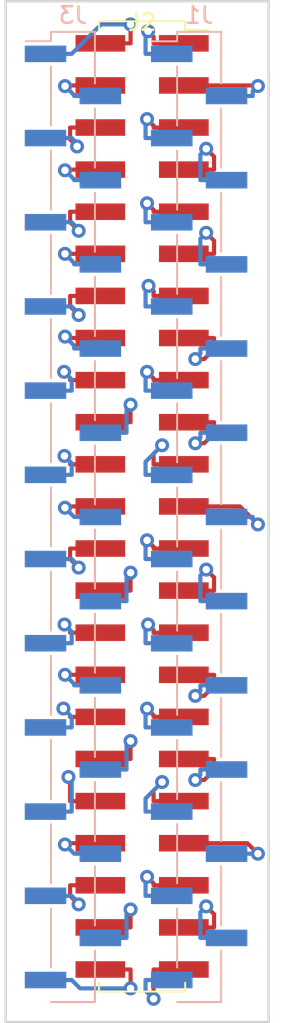
<source format=kicad_pcb>
(kicad_pcb (version 4) (host pcbnew 4.0.7-e2-6376~58~ubuntu16.04.1)

  (general
    (links 46)
    (no_connects 0)
    (area 129.757618 75.435 147.062382 137.39)
    (thickness 1.6)
    (drawings 4)
    (tracks 303)
    (zones 0)
    (modules 3)
    (nets 47)
  )

  (page A4)
  (layers
    (0 F.Cu signal)
    (31 B.Cu signal)
    (32 B.Adhes user)
    (33 F.Adhes user)
    (34 B.Paste user)
    (35 F.Paste user)
    (36 B.SilkS user)
    (37 F.SilkS user)
    (38 B.Mask user)
    (39 F.Mask user)
    (40 Dwgs.User user)
    (41 Cmts.User user)
    (42 Eco1.User user)
    (43 Eco2.User user)
    (44 Edge.Cuts user)
    (45 Margin user)
    (46 B.CrtYd user)
    (47 F.CrtYd user)
    (48 B.Fab user)
    (49 F.Fab user)
  )

  (setup
    (last_trace_width 0.25)
    (trace_clearance 0.2)
    (zone_clearance 0.508)
    (zone_45_only no)
    (trace_min 0.2)
    (segment_width 0.2)
    (edge_width 0.15)
    (via_size 0.85)
    (via_drill 0.45)
    (via_min_size 0.4)
    (via_min_drill 0.3)
    (uvia_size 0.3)
    (uvia_drill 0.1)
    (uvias_allowed no)
    (uvia_min_size 0.2)
    (uvia_min_drill 0.1)
    (pcb_text_width 0.3)
    (pcb_text_size 1.5 1.5)
    (mod_edge_width 0.15)
    (mod_text_size 1 1)
    (mod_text_width 0.15)
    (pad_size 1.524 1.524)
    (pad_drill 0.762)
    (pad_to_mask_clearance 0.2)
    (aux_axis_origin 0 0)
    (visible_elements FFFFFF7F)
    (pcbplotparams
      (layerselection 0x010f0_80000001)
      (usegerberextensions true)
      (excludeedgelayer true)
      (linewidth 0.100000)
      (plotframeref false)
      (viasonmask false)
      (mode 1)
      (useauxorigin false)
      (hpglpennumber 1)
      (hpglpenspeed 20)
      (hpglpendiameter 15)
      (hpglpenoverlay 2)
      (psnegative false)
      (psa4output false)
      (plotreference true)
      (plotvalue true)
      (plotinvisibletext false)
      (padsonsilk false)
      (subtractmaskfromsilk false)
      (outputformat 1)
      (mirror false)
      (drillshape 0)
      (scaleselection 1)
      (outputdirectory r_02x23_2.54_gerber/))
  )

  (net 0 "")
  (net 1 "Net-(J1-Pad2)")
  (net 2 "Net-(J1-Pad4)")
  (net 3 "Net-(J1-Pad6)")
  (net 4 "Net-(J1-Pad8)")
  (net 5 "Net-(J1-Pad10)")
  (net 6 "Net-(J1-Pad12)")
  (net 7 "Net-(J1-Pad14)")
  (net 8 "Net-(J1-Pad16)")
  (net 9 "Net-(J1-Pad18)")
  (net 10 "Net-(J1-Pad20)")
  (net 11 "Net-(J1-Pad22)")
  (net 12 "Net-(J1-Pad1)")
  (net 13 "Net-(J1-Pad3)")
  (net 14 "Net-(J1-Pad5)")
  (net 15 "Net-(J1-Pad7)")
  (net 16 "Net-(J1-Pad9)")
  (net 17 "Net-(J1-Pad11)")
  (net 18 "Net-(J1-Pad13)")
  (net 19 "Net-(J1-Pad15)")
  (net 20 "Net-(J1-Pad17)")
  (net 21 "Net-(J1-Pad19)")
  (net 22 "Net-(J1-Pad21)")
  (net 23 "Net-(J1-Pad23)")
  (net 24 "Net-(J2-Pad2)")
  (net 25 "Net-(J2-Pad4)")
  (net 26 "Net-(J2-Pad6)")
  (net 27 "Net-(J2-Pad8)")
  (net 28 "Net-(J2-Pad10)")
  (net 29 "Net-(J2-Pad12)")
  (net 30 "Net-(J2-Pad14)")
  (net 31 "Net-(J2-Pad16)")
  (net 32 "Net-(J2-Pad18)")
  (net 33 "Net-(J2-Pad20)")
  (net 34 "Net-(J2-Pad22)")
  (net 35 "Net-(J2-Pad24)")
  (net 36 "Net-(J2-Pad26)")
  (net 37 "Net-(J2-Pad28)")
  (net 38 "Net-(J2-Pad30)")
  (net 39 "Net-(J2-Pad32)")
  (net 40 "Net-(J2-Pad34)")
  (net 41 "Net-(J2-Pad36)")
  (net 42 "Net-(J2-Pad38)")
  (net 43 "Net-(J2-Pad40)")
  (net 44 "Net-(J2-Pad42)")
  (net 45 "Net-(J2-Pad44)")
  (net 46 "Net-(J2-Pad46)")

  (net_class Default "This is the default net class."
    (clearance 0.2)
    (trace_width 0.25)
    (via_dia 0.85)
    (via_drill 0.45)
    (uvia_dia 0.3)
    (uvia_drill 0.1)
    (add_net "Net-(J1-Pad1)")
    (add_net "Net-(J1-Pad10)")
    (add_net "Net-(J1-Pad11)")
    (add_net "Net-(J1-Pad12)")
    (add_net "Net-(J1-Pad13)")
    (add_net "Net-(J1-Pad14)")
    (add_net "Net-(J1-Pad15)")
    (add_net "Net-(J1-Pad16)")
    (add_net "Net-(J1-Pad17)")
    (add_net "Net-(J1-Pad18)")
    (add_net "Net-(J1-Pad19)")
    (add_net "Net-(J1-Pad2)")
    (add_net "Net-(J1-Pad20)")
    (add_net "Net-(J1-Pad21)")
    (add_net "Net-(J1-Pad22)")
    (add_net "Net-(J1-Pad23)")
    (add_net "Net-(J1-Pad3)")
    (add_net "Net-(J1-Pad4)")
    (add_net "Net-(J1-Pad5)")
    (add_net "Net-(J1-Pad6)")
    (add_net "Net-(J1-Pad7)")
    (add_net "Net-(J1-Pad8)")
    (add_net "Net-(J1-Pad9)")
    (add_net "Net-(J2-Pad10)")
    (add_net "Net-(J2-Pad12)")
    (add_net "Net-(J2-Pad14)")
    (add_net "Net-(J2-Pad16)")
    (add_net "Net-(J2-Pad18)")
    (add_net "Net-(J2-Pad2)")
    (add_net "Net-(J2-Pad20)")
    (add_net "Net-(J2-Pad22)")
    (add_net "Net-(J2-Pad24)")
    (add_net "Net-(J2-Pad26)")
    (add_net "Net-(J2-Pad28)")
    (add_net "Net-(J2-Pad30)")
    (add_net "Net-(J2-Pad32)")
    (add_net "Net-(J2-Pad34)")
    (add_net "Net-(J2-Pad36)")
    (add_net "Net-(J2-Pad38)")
    (add_net "Net-(J2-Pad4)")
    (add_net "Net-(J2-Pad40)")
    (add_net "Net-(J2-Pad42)")
    (add_net "Net-(J2-Pad44)")
    (add_net "Net-(J2-Pad46)")
    (add_net "Net-(J2-Pad6)")
    (add_net "Net-(J2-Pad8)")
  )

  (module Pin_Headers:Pin_Header_Straight_1x23_Pitch2.54mm_SMD_Pin1Right (layer B.Cu) (tedit 59650532) (tstamp 5A4D533A)
    (at 141.855 106.68 180)
    (descr "surface-mounted straight pin header, 1x23, 2.54mm pitch, single row, style 2 (pin 1 right)")
    (tags "Surface mounted pin header SMD 1x23 2.54mm single row style2 pin1 right")
    (path /5A4D229C)
    (attr smd)
    (fp_text reference J1 (at 0 30.27 180) (layer B.SilkS)
      (effects (font (size 1 1) (thickness 0.15)) (justify mirror))
    )
    (fp_text value Conn_01x23_Odd (at -3.56 -1.905 270) (layer B.Fab)
      (effects (font (size 1 1) (thickness 0.15)) (justify mirror))
    )
    (fp_line (start 1.27 -29.21) (end -1.27 -29.21) (layer B.Fab) (width 0.1))
    (fp_line (start -1.27 29.21) (end 0.32 29.21) (layer B.Fab) (width 0.1))
    (fp_line (start 1.27 -29.21) (end 1.27 28.26) (layer B.Fab) (width 0.1))
    (fp_line (start 1.27 28.26) (end 0.32 29.21) (layer B.Fab) (width 0.1))
    (fp_line (start -1.27 29.21) (end -1.27 -29.21) (layer B.Fab) (width 0.1))
    (fp_line (start -1.27 25.72) (end -2.54 25.72) (layer B.Fab) (width 0.1))
    (fp_line (start -2.54 25.72) (end -2.54 25.08) (layer B.Fab) (width 0.1))
    (fp_line (start -2.54 25.08) (end -1.27 25.08) (layer B.Fab) (width 0.1))
    (fp_line (start -1.27 20.64) (end -2.54 20.64) (layer B.Fab) (width 0.1))
    (fp_line (start -2.54 20.64) (end -2.54 20) (layer B.Fab) (width 0.1))
    (fp_line (start -2.54 20) (end -1.27 20) (layer B.Fab) (width 0.1))
    (fp_line (start -1.27 15.56) (end -2.54 15.56) (layer B.Fab) (width 0.1))
    (fp_line (start -2.54 15.56) (end -2.54 14.92) (layer B.Fab) (width 0.1))
    (fp_line (start -2.54 14.92) (end -1.27 14.92) (layer B.Fab) (width 0.1))
    (fp_line (start -1.27 10.48) (end -2.54 10.48) (layer B.Fab) (width 0.1))
    (fp_line (start -2.54 10.48) (end -2.54 9.84) (layer B.Fab) (width 0.1))
    (fp_line (start -2.54 9.84) (end -1.27 9.84) (layer B.Fab) (width 0.1))
    (fp_line (start -1.27 5.4) (end -2.54 5.4) (layer B.Fab) (width 0.1))
    (fp_line (start -2.54 5.4) (end -2.54 4.76) (layer B.Fab) (width 0.1))
    (fp_line (start -2.54 4.76) (end -1.27 4.76) (layer B.Fab) (width 0.1))
    (fp_line (start -1.27 0.32) (end -2.54 0.32) (layer B.Fab) (width 0.1))
    (fp_line (start -2.54 0.32) (end -2.54 -0.32) (layer B.Fab) (width 0.1))
    (fp_line (start -2.54 -0.32) (end -1.27 -0.32) (layer B.Fab) (width 0.1))
    (fp_line (start -1.27 -4.76) (end -2.54 -4.76) (layer B.Fab) (width 0.1))
    (fp_line (start -2.54 -4.76) (end -2.54 -5.4) (layer B.Fab) (width 0.1))
    (fp_line (start -2.54 -5.4) (end -1.27 -5.4) (layer B.Fab) (width 0.1))
    (fp_line (start -1.27 -9.84) (end -2.54 -9.84) (layer B.Fab) (width 0.1))
    (fp_line (start -2.54 -9.84) (end -2.54 -10.48) (layer B.Fab) (width 0.1))
    (fp_line (start -2.54 -10.48) (end -1.27 -10.48) (layer B.Fab) (width 0.1))
    (fp_line (start -1.27 -14.92) (end -2.54 -14.92) (layer B.Fab) (width 0.1))
    (fp_line (start -2.54 -14.92) (end -2.54 -15.56) (layer B.Fab) (width 0.1))
    (fp_line (start -2.54 -15.56) (end -1.27 -15.56) (layer B.Fab) (width 0.1))
    (fp_line (start -1.27 -20) (end -2.54 -20) (layer B.Fab) (width 0.1))
    (fp_line (start -2.54 -20) (end -2.54 -20.64) (layer B.Fab) (width 0.1))
    (fp_line (start -2.54 -20.64) (end -1.27 -20.64) (layer B.Fab) (width 0.1))
    (fp_line (start -1.27 -25.08) (end -2.54 -25.08) (layer B.Fab) (width 0.1))
    (fp_line (start -2.54 -25.08) (end -2.54 -25.72) (layer B.Fab) (width 0.1))
    (fp_line (start -2.54 -25.72) (end -1.27 -25.72) (layer B.Fab) (width 0.1))
    (fp_line (start 1.27 28.26) (end 2.54 28.26) (layer B.Fab) (width 0.1))
    (fp_line (start 2.54 28.26) (end 2.54 27.62) (layer B.Fab) (width 0.1))
    (fp_line (start 2.54 27.62) (end 1.27 27.62) (layer B.Fab) (width 0.1))
    (fp_line (start 1.27 23.18) (end 2.54 23.18) (layer B.Fab) (width 0.1))
    (fp_line (start 2.54 23.18) (end 2.54 22.54) (layer B.Fab) (width 0.1))
    (fp_line (start 2.54 22.54) (end 1.27 22.54) (layer B.Fab) (width 0.1))
    (fp_line (start 1.27 18.1) (end 2.54 18.1) (layer B.Fab) (width 0.1))
    (fp_line (start 2.54 18.1) (end 2.54 17.46) (layer B.Fab) (width 0.1))
    (fp_line (start 2.54 17.46) (end 1.27 17.46) (layer B.Fab) (width 0.1))
    (fp_line (start 1.27 13.02) (end 2.54 13.02) (layer B.Fab) (width 0.1))
    (fp_line (start 2.54 13.02) (end 2.54 12.38) (layer B.Fab) (width 0.1))
    (fp_line (start 2.54 12.38) (end 1.27 12.38) (layer B.Fab) (width 0.1))
    (fp_line (start 1.27 7.94) (end 2.54 7.94) (layer B.Fab) (width 0.1))
    (fp_line (start 2.54 7.94) (end 2.54 7.3) (layer B.Fab) (width 0.1))
    (fp_line (start 2.54 7.3) (end 1.27 7.3) (layer B.Fab) (width 0.1))
    (fp_line (start 1.27 2.86) (end 2.54 2.86) (layer B.Fab) (width 0.1))
    (fp_line (start 2.54 2.86) (end 2.54 2.22) (layer B.Fab) (width 0.1))
    (fp_line (start 2.54 2.22) (end 1.27 2.22) (layer B.Fab) (width 0.1))
    (fp_line (start 1.27 -2.22) (end 2.54 -2.22) (layer B.Fab) (width 0.1))
    (fp_line (start 2.54 -2.22) (end 2.54 -2.86) (layer B.Fab) (width 0.1))
    (fp_line (start 2.54 -2.86) (end 1.27 -2.86) (layer B.Fab) (width 0.1))
    (fp_line (start 1.27 -7.3) (end 2.54 -7.3) (layer B.Fab) (width 0.1))
    (fp_line (start 2.54 -7.3) (end 2.54 -7.94) (layer B.Fab) (width 0.1))
    (fp_line (start 2.54 -7.94) (end 1.27 -7.94) (layer B.Fab) (width 0.1))
    (fp_line (start 1.27 -12.38) (end 2.54 -12.38) (layer B.Fab) (width 0.1))
    (fp_line (start 2.54 -12.38) (end 2.54 -13.02) (layer B.Fab) (width 0.1))
    (fp_line (start 2.54 -13.02) (end 1.27 -13.02) (layer B.Fab) (width 0.1))
    (fp_line (start 1.27 -17.46) (end 2.54 -17.46) (layer B.Fab) (width 0.1))
    (fp_line (start 2.54 -17.46) (end 2.54 -18.1) (layer B.Fab) (width 0.1))
    (fp_line (start 2.54 -18.1) (end 1.27 -18.1) (layer B.Fab) (width 0.1))
    (fp_line (start 1.27 -22.54) (end 2.54 -22.54) (layer B.Fab) (width 0.1))
    (fp_line (start 2.54 -22.54) (end 2.54 -23.18) (layer B.Fab) (width 0.1))
    (fp_line (start 2.54 -23.18) (end 1.27 -23.18) (layer B.Fab) (width 0.1))
    (fp_line (start 1.27 -27.62) (end 2.54 -27.62) (layer B.Fab) (width 0.1))
    (fp_line (start 2.54 -27.62) (end 2.54 -28.26) (layer B.Fab) (width 0.1))
    (fp_line (start 2.54 -28.26) (end 1.27 -28.26) (layer B.Fab) (width 0.1))
    (fp_line (start -1.33 29.27) (end 1.33 29.27) (layer B.SilkS) (width 0.12))
    (fp_line (start -1.33 -29.27) (end 1.33 -29.27) (layer B.SilkS) (width 0.12))
    (fp_line (start 1.33 27.18) (end 1.33 23.62) (layer B.SilkS) (width 0.12))
    (fp_line (start 1.33 22.1) (end 1.33 18.54) (layer B.SilkS) (width 0.12))
    (fp_line (start 1.33 17.02) (end 1.33 13.46) (layer B.SilkS) (width 0.12))
    (fp_line (start 1.33 11.94) (end 1.33 8.38) (layer B.SilkS) (width 0.12))
    (fp_line (start 1.33 6.86) (end 1.33 3.3) (layer B.SilkS) (width 0.12))
    (fp_line (start 1.33 1.78) (end 1.33 -1.78) (layer B.SilkS) (width 0.12))
    (fp_line (start 1.33 -3.3) (end 1.33 -6.86) (layer B.SilkS) (width 0.12))
    (fp_line (start 1.33 -8.38) (end 1.33 -11.94) (layer B.SilkS) (width 0.12))
    (fp_line (start 1.33 -13.46) (end 1.33 -17.02) (layer B.SilkS) (width 0.12))
    (fp_line (start 1.33 -18.54) (end 1.33 -22.1) (layer B.SilkS) (width 0.12))
    (fp_line (start 1.33 -23.62) (end 1.33 -27.18) (layer B.SilkS) (width 0.12))
    (fp_line (start -1.33 29.27) (end -1.33 26.16) (layer B.SilkS) (width 0.12))
    (fp_line (start 1.33 28.7) (end 2.85 28.7) (layer B.SilkS) (width 0.12))
    (fp_line (start 1.33 29.27) (end 1.33 28.7) (layer B.SilkS) (width 0.12))
    (fp_line (start -1.33 -28.7) (end -1.33 -29.27) (layer B.SilkS) (width 0.12))
    (fp_line (start -1.33 24.64) (end -1.33 21.08) (layer B.SilkS) (width 0.12))
    (fp_line (start -1.33 19.56) (end -1.33 16) (layer B.SilkS) (width 0.12))
    (fp_line (start -1.33 14.48) (end -1.33 10.92) (layer B.SilkS) (width 0.12))
    (fp_line (start -1.33 9.4) (end -1.33 5.84) (layer B.SilkS) (width 0.12))
    (fp_line (start -1.33 4.32) (end -1.33 0.76) (layer B.SilkS) (width 0.12))
    (fp_line (start -1.33 -0.76) (end -1.33 -4.32) (layer B.SilkS) (width 0.12))
    (fp_line (start -1.33 -5.84) (end -1.33 -9.4) (layer B.SilkS) (width 0.12))
    (fp_line (start -1.33 -10.92) (end -1.33 -14.48) (layer B.SilkS) (width 0.12))
    (fp_line (start -1.33 -16) (end -1.33 -19.56) (layer B.SilkS) (width 0.12))
    (fp_line (start -1.33 -21.08) (end -1.33 -24.64) (layer B.SilkS) (width 0.12))
    (fp_line (start -1.33 -26.16) (end -1.33 -29.27) (layer B.SilkS) (width 0.12))
    (fp_line (start -3.45 29.75) (end -3.45 -29.75) (layer B.CrtYd) (width 0.05))
    (fp_line (start -3.45 -29.75) (end 3.45 -29.75) (layer B.CrtYd) (width 0.05))
    (fp_line (start 3.45 -29.75) (end 3.45 29.75) (layer B.CrtYd) (width 0.05))
    (fp_line (start 3.45 29.75) (end -3.45 29.75) (layer B.CrtYd) (width 0.05))
    (fp_text user %R (at 0 0 450) (layer B.Fab)
      (effects (font (size 1 1) (thickness 0.15)) (justify mirror))
    )
    (pad 2 smd rect (at -1.655 25.4 180) (size 2.51 1) (layers B.Cu B.Paste B.Mask)
      (net 1 "Net-(J1-Pad2)"))
    (pad 4 smd rect (at -1.655 20.32 180) (size 2.51 1) (layers B.Cu B.Paste B.Mask)
      (net 2 "Net-(J1-Pad4)"))
    (pad 6 smd rect (at -1.655 15.24 180) (size 2.51 1) (layers B.Cu B.Paste B.Mask)
      (net 3 "Net-(J1-Pad6)"))
    (pad 8 smd rect (at -1.655 10.16 180) (size 2.51 1) (layers B.Cu B.Paste B.Mask)
      (net 4 "Net-(J1-Pad8)"))
    (pad 10 smd rect (at -1.655 5.08 180) (size 2.51 1) (layers B.Cu B.Paste B.Mask)
      (net 5 "Net-(J1-Pad10)"))
    (pad 12 smd rect (at -1.655 0 180) (size 2.51 1) (layers B.Cu B.Paste B.Mask)
      (net 6 "Net-(J1-Pad12)"))
    (pad 14 smd rect (at -1.655 -5.08 180) (size 2.51 1) (layers B.Cu B.Paste B.Mask)
      (net 7 "Net-(J1-Pad14)"))
    (pad 16 smd rect (at -1.655 -10.16 180) (size 2.51 1) (layers B.Cu B.Paste B.Mask)
      (net 8 "Net-(J1-Pad16)"))
    (pad 18 smd rect (at -1.655 -15.24 180) (size 2.51 1) (layers B.Cu B.Paste B.Mask)
      (net 9 "Net-(J1-Pad18)"))
    (pad 20 smd rect (at -1.655 -20.32 180) (size 2.51 1) (layers B.Cu B.Paste B.Mask)
      (net 10 "Net-(J1-Pad20)"))
    (pad 22 smd rect (at -1.655 -25.4 180) (size 2.51 1) (layers B.Cu B.Paste B.Mask)
      (net 11 "Net-(J1-Pad22)"))
    (pad 1 smd rect (at 1.655 27.94 180) (size 2.51 1) (layers B.Cu B.Paste B.Mask)
      (net 12 "Net-(J1-Pad1)"))
    (pad 3 smd rect (at 1.655 22.86 180) (size 2.51 1) (layers B.Cu B.Paste B.Mask)
      (net 13 "Net-(J1-Pad3)"))
    (pad 5 smd rect (at 1.655 17.78 180) (size 2.51 1) (layers B.Cu B.Paste B.Mask)
      (net 14 "Net-(J1-Pad5)"))
    (pad 7 smd rect (at 1.655 12.7 180) (size 2.51 1) (layers B.Cu B.Paste B.Mask)
      (net 15 "Net-(J1-Pad7)"))
    (pad 9 smd rect (at 1.655 7.62 180) (size 2.51 1) (layers B.Cu B.Paste B.Mask)
      (net 16 "Net-(J1-Pad9)"))
    (pad 11 smd rect (at 1.655 2.54 180) (size 2.51 1) (layers B.Cu B.Paste B.Mask)
      (net 17 "Net-(J1-Pad11)"))
    (pad 13 smd rect (at 1.655 -2.54 180) (size 2.51 1) (layers B.Cu B.Paste B.Mask)
      (net 18 "Net-(J1-Pad13)"))
    (pad 15 smd rect (at 1.655 -7.62 180) (size 2.51 1) (layers B.Cu B.Paste B.Mask)
      (net 19 "Net-(J1-Pad15)"))
    (pad 17 smd rect (at 1.655 -12.7 180) (size 2.51 1) (layers B.Cu B.Paste B.Mask)
      (net 20 "Net-(J1-Pad17)"))
    (pad 19 smd rect (at 1.655 -17.78 180) (size 2.51 1) (layers B.Cu B.Paste B.Mask)
      (net 21 "Net-(J1-Pad19)"))
    (pad 21 smd rect (at 1.655 -22.86 180) (size 2.51 1) (layers B.Cu B.Paste B.Mask)
      (net 22 "Net-(J1-Pad21)"))
    (pad 23 smd rect (at 1.655 -27.94 180) (size 2.51 1) (layers B.Cu B.Paste B.Mask)
      (net 23 "Net-(J1-Pad23)"))
    (model ${KISYS3DMOD}/Pin_Headers.3dshapes/Pin_Header_Straight_1x23_Pitch2.54mm_SMD_Pin1Right.wrl
      (at (xyz 0 0 0))
      (scale (xyz 1 1 1))
      (rotate (xyz 0 0 0))
    )
  )

  (module Socket_Strips:Socket_Strip_Straight_2x23_Pitch2.54mm_SMD (layer F.Cu) (tedit 58CD544A) (tstamp 5A4D536C)
    (at 138.41 106.045)
    (descr "surface-mounted straight socket strip, 2x23, 2.54mm pitch, double rows")
    (tags "Surface mounted socket strip SMD 2x23 2.54mm double row")
    (path /5A4D21DF)
    (attr smd)
    (fp_text reference J2 (at 0 -29.21) (layer F.SilkS)
      (effects (font (size 1 1) (thickness 0.15)))
    )
    (fp_text value Conn_02x23_Odd_Even (at 0 30.27) (layer F.Fab)
      (effects (font (size 1 1) (thickness 0.15)))
    )
    (fp_line (start -2.54 -29.21) (end -2.54 29.21) (layer F.Fab) (width 0.1))
    (fp_line (start -2.54 29.21) (end 2.54 29.21) (layer F.Fab) (width 0.1))
    (fp_line (start 2.54 29.21) (end 2.54 -29.21) (layer F.Fab) (width 0.1))
    (fp_line (start 2.54 -29.21) (end -2.54 -29.21) (layer F.Fab) (width 0.1))
    (fp_line (start -2.54 -28.26) (end -2.54 -27.62) (layer F.Fab) (width 0.1))
    (fp_line (start -2.54 -27.62) (end -3.92 -27.62) (layer F.Fab) (width 0.1))
    (fp_line (start -3.92 -27.62) (end -3.92 -28.26) (layer F.Fab) (width 0.1))
    (fp_line (start -3.92 -28.26) (end -2.54 -28.26) (layer F.Fab) (width 0.1))
    (fp_line (start 2.54 -28.26) (end 2.54 -27.62) (layer F.Fab) (width 0.1))
    (fp_line (start 2.54 -27.62) (end 3.92 -27.62) (layer F.Fab) (width 0.1))
    (fp_line (start 3.92 -27.62) (end 3.92 -28.26) (layer F.Fab) (width 0.1))
    (fp_line (start 3.92 -28.26) (end 2.54 -28.26) (layer F.Fab) (width 0.1))
    (fp_line (start -2.54 -25.72) (end -2.54 -25.08) (layer F.Fab) (width 0.1))
    (fp_line (start -2.54 -25.08) (end -3.92 -25.08) (layer F.Fab) (width 0.1))
    (fp_line (start -3.92 -25.08) (end -3.92 -25.72) (layer F.Fab) (width 0.1))
    (fp_line (start -3.92 -25.72) (end -2.54 -25.72) (layer F.Fab) (width 0.1))
    (fp_line (start 2.54 -25.72) (end 2.54 -25.08) (layer F.Fab) (width 0.1))
    (fp_line (start 2.54 -25.08) (end 3.92 -25.08) (layer F.Fab) (width 0.1))
    (fp_line (start 3.92 -25.08) (end 3.92 -25.72) (layer F.Fab) (width 0.1))
    (fp_line (start 3.92 -25.72) (end 2.54 -25.72) (layer F.Fab) (width 0.1))
    (fp_line (start -2.54 -23.18) (end -2.54 -22.54) (layer F.Fab) (width 0.1))
    (fp_line (start -2.54 -22.54) (end -3.92 -22.54) (layer F.Fab) (width 0.1))
    (fp_line (start -3.92 -22.54) (end -3.92 -23.18) (layer F.Fab) (width 0.1))
    (fp_line (start -3.92 -23.18) (end -2.54 -23.18) (layer F.Fab) (width 0.1))
    (fp_line (start 2.54 -23.18) (end 2.54 -22.54) (layer F.Fab) (width 0.1))
    (fp_line (start 2.54 -22.54) (end 3.92 -22.54) (layer F.Fab) (width 0.1))
    (fp_line (start 3.92 -22.54) (end 3.92 -23.18) (layer F.Fab) (width 0.1))
    (fp_line (start 3.92 -23.18) (end 2.54 -23.18) (layer F.Fab) (width 0.1))
    (fp_line (start -2.54 -20.64) (end -2.54 -20) (layer F.Fab) (width 0.1))
    (fp_line (start -2.54 -20) (end -3.92 -20) (layer F.Fab) (width 0.1))
    (fp_line (start -3.92 -20) (end -3.92 -20.64) (layer F.Fab) (width 0.1))
    (fp_line (start -3.92 -20.64) (end -2.54 -20.64) (layer F.Fab) (width 0.1))
    (fp_line (start 2.54 -20.64) (end 2.54 -20) (layer F.Fab) (width 0.1))
    (fp_line (start 2.54 -20) (end 3.92 -20) (layer F.Fab) (width 0.1))
    (fp_line (start 3.92 -20) (end 3.92 -20.64) (layer F.Fab) (width 0.1))
    (fp_line (start 3.92 -20.64) (end 2.54 -20.64) (layer F.Fab) (width 0.1))
    (fp_line (start -2.54 -18.1) (end -2.54 -17.46) (layer F.Fab) (width 0.1))
    (fp_line (start -2.54 -17.46) (end -3.92 -17.46) (layer F.Fab) (width 0.1))
    (fp_line (start -3.92 -17.46) (end -3.92 -18.1) (layer F.Fab) (width 0.1))
    (fp_line (start -3.92 -18.1) (end -2.54 -18.1) (layer F.Fab) (width 0.1))
    (fp_line (start 2.54 -18.1) (end 2.54 -17.46) (layer F.Fab) (width 0.1))
    (fp_line (start 2.54 -17.46) (end 3.92 -17.46) (layer F.Fab) (width 0.1))
    (fp_line (start 3.92 -17.46) (end 3.92 -18.1) (layer F.Fab) (width 0.1))
    (fp_line (start 3.92 -18.1) (end 2.54 -18.1) (layer F.Fab) (width 0.1))
    (fp_line (start -2.54 -15.56) (end -2.54 -14.92) (layer F.Fab) (width 0.1))
    (fp_line (start -2.54 -14.92) (end -3.92 -14.92) (layer F.Fab) (width 0.1))
    (fp_line (start -3.92 -14.92) (end -3.92 -15.56) (layer F.Fab) (width 0.1))
    (fp_line (start -3.92 -15.56) (end -2.54 -15.56) (layer F.Fab) (width 0.1))
    (fp_line (start 2.54 -15.56) (end 2.54 -14.92) (layer F.Fab) (width 0.1))
    (fp_line (start 2.54 -14.92) (end 3.92 -14.92) (layer F.Fab) (width 0.1))
    (fp_line (start 3.92 -14.92) (end 3.92 -15.56) (layer F.Fab) (width 0.1))
    (fp_line (start 3.92 -15.56) (end 2.54 -15.56) (layer F.Fab) (width 0.1))
    (fp_line (start -2.54 -13.02) (end -2.54 -12.38) (layer F.Fab) (width 0.1))
    (fp_line (start -2.54 -12.38) (end -3.92 -12.38) (layer F.Fab) (width 0.1))
    (fp_line (start -3.92 -12.38) (end -3.92 -13.02) (layer F.Fab) (width 0.1))
    (fp_line (start -3.92 -13.02) (end -2.54 -13.02) (layer F.Fab) (width 0.1))
    (fp_line (start 2.54 -13.02) (end 2.54 -12.38) (layer F.Fab) (width 0.1))
    (fp_line (start 2.54 -12.38) (end 3.92 -12.38) (layer F.Fab) (width 0.1))
    (fp_line (start 3.92 -12.38) (end 3.92 -13.02) (layer F.Fab) (width 0.1))
    (fp_line (start 3.92 -13.02) (end 2.54 -13.02) (layer F.Fab) (width 0.1))
    (fp_line (start -2.54 -10.48) (end -2.54 -9.84) (layer F.Fab) (width 0.1))
    (fp_line (start -2.54 -9.84) (end -3.92 -9.84) (layer F.Fab) (width 0.1))
    (fp_line (start -3.92 -9.84) (end -3.92 -10.48) (layer F.Fab) (width 0.1))
    (fp_line (start -3.92 -10.48) (end -2.54 -10.48) (layer F.Fab) (width 0.1))
    (fp_line (start 2.54 -10.48) (end 2.54 -9.84) (layer F.Fab) (width 0.1))
    (fp_line (start 2.54 -9.84) (end 3.92 -9.84) (layer F.Fab) (width 0.1))
    (fp_line (start 3.92 -9.84) (end 3.92 -10.48) (layer F.Fab) (width 0.1))
    (fp_line (start 3.92 -10.48) (end 2.54 -10.48) (layer F.Fab) (width 0.1))
    (fp_line (start -2.54 -7.94) (end -2.54 -7.3) (layer F.Fab) (width 0.1))
    (fp_line (start -2.54 -7.3) (end -3.92 -7.3) (layer F.Fab) (width 0.1))
    (fp_line (start -3.92 -7.3) (end -3.92 -7.94) (layer F.Fab) (width 0.1))
    (fp_line (start -3.92 -7.94) (end -2.54 -7.94) (layer F.Fab) (width 0.1))
    (fp_line (start 2.54 -7.94) (end 2.54 -7.3) (layer F.Fab) (width 0.1))
    (fp_line (start 2.54 -7.3) (end 3.92 -7.3) (layer F.Fab) (width 0.1))
    (fp_line (start 3.92 -7.3) (end 3.92 -7.94) (layer F.Fab) (width 0.1))
    (fp_line (start 3.92 -7.94) (end 2.54 -7.94) (layer F.Fab) (width 0.1))
    (fp_line (start -2.54 -5.4) (end -2.54 -4.76) (layer F.Fab) (width 0.1))
    (fp_line (start -2.54 -4.76) (end -3.92 -4.76) (layer F.Fab) (width 0.1))
    (fp_line (start -3.92 -4.76) (end -3.92 -5.4) (layer F.Fab) (width 0.1))
    (fp_line (start -3.92 -5.4) (end -2.54 -5.4) (layer F.Fab) (width 0.1))
    (fp_line (start 2.54 -5.4) (end 2.54 -4.76) (layer F.Fab) (width 0.1))
    (fp_line (start 2.54 -4.76) (end 3.92 -4.76) (layer F.Fab) (width 0.1))
    (fp_line (start 3.92 -4.76) (end 3.92 -5.4) (layer F.Fab) (width 0.1))
    (fp_line (start 3.92 -5.4) (end 2.54 -5.4) (layer F.Fab) (width 0.1))
    (fp_line (start -2.54 -2.86) (end -2.54 -2.22) (layer F.Fab) (width 0.1))
    (fp_line (start -2.54 -2.22) (end -3.92 -2.22) (layer F.Fab) (width 0.1))
    (fp_line (start -3.92 -2.22) (end -3.92 -2.86) (layer F.Fab) (width 0.1))
    (fp_line (start -3.92 -2.86) (end -2.54 -2.86) (layer F.Fab) (width 0.1))
    (fp_line (start 2.54 -2.86) (end 2.54 -2.22) (layer F.Fab) (width 0.1))
    (fp_line (start 2.54 -2.22) (end 3.92 -2.22) (layer F.Fab) (width 0.1))
    (fp_line (start 3.92 -2.22) (end 3.92 -2.86) (layer F.Fab) (width 0.1))
    (fp_line (start 3.92 -2.86) (end 2.54 -2.86) (layer F.Fab) (width 0.1))
    (fp_line (start -2.54 -0.32) (end -2.54 0.32) (layer F.Fab) (width 0.1))
    (fp_line (start -2.54 0.32) (end -3.92 0.32) (layer F.Fab) (width 0.1))
    (fp_line (start -3.92 0.32) (end -3.92 -0.32) (layer F.Fab) (width 0.1))
    (fp_line (start -3.92 -0.32) (end -2.54 -0.32) (layer F.Fab) (width 0.1))
    (fp_line (start 2.54 -0.32) (end 2.54 0.32) (layer F.Fab) (width 0.1))
    (fp_line (start 2.54 0.32) (end 3.92 0.32) (layer F.Fab) (width 0.1))
    (fp_line (start 3.92 0.32) (end 3.92 -0.32) (layer F.Fab) (width 0.1))
    (fp_line (start 3.92 -0.32) (end 2.54 -0.32) (layer F.Fab) (width 0.1))
    (fp_line (start -2.54 2.22) (end -2.54 2.86) (layer F.Fab) (width 0.1))
    (fp_line (start -2.54 2.86) (end -3.92 2.86) (layer F.Fab) (width 0.1))
    (fp_line (start -3.92 2.86) (end -3.92 2.22) (layer F.Fab) (width 0.1))
    (fp_line (start -3.92 2.22) (end -2.54 2.22) (layer F.Fab) (width 0.1))
    (fp_line (start 2.54 2.22) (end 2.54 2.86) (layer F.Fab) (width 0.1))
    (fp_line (start 2.54 2.86) (end 3.92 2.86) (layer F.Fab) (width 0.1))
    (fp_line (start 3.92 2.86) (end 3.92 2.22) (layer F.Fab) (width 0.1))
    (fp_line (start 3.92 2.22) (end 2.54 2.22) (layer F.Fab) (width 0.1))
    (fp_line (start -2.54 4.76) (end -2.54 5.4) (layer F.Fab) (width 0.1))
    (fp_line (start -2.54 5.4) (end -3.92 5.4) (layer F.Fab) (width 0.1))
    (fp_line (start -3.92 5.4) (end -3.92 4.76) (layer F.Fab) (width 0.1))
    (fp_line (start -3.92 4.76) (end -2.54 4.76) (layer F.Fab) (width 0.1))
    (fp_line (start 2.54 4.76) (end 2.54 5.4) (layer F.Fab) (width 0.1))
    (fp_line (start 2.54 5.4) (end 3.92 5.4) (layer F.Fab) (width 0.1))
    (fp_line (start 3.92 5.4) (end 3.92 4.76) (layer F.Fab) (width 0.1))
    (fp_line (start 3.92 4.76) (end 2.54 4.76) (layer F.Fab) (width 0.1))
    (fp_line (start -2.54 7.3) (end -2.54 7.94) (layer F.Fab) (width 0.1))
    (fp_line (start -2.54 7.94) (end -3.92 7.94) (layer F.Fab) (width 0.1))
    (fp_line (start -3.92 7.94) (end -3.92 7.3) (layer F.Fab) (width 0.1))
    (fp_line (start -3.92 7.3) (end -2.54 7.3) (layer F.Fab) (width 0.1))
    (fp_line (start 2.54 7.3) (end 2.54 7.94) (layer F.Fab) (width 0.1))
    (fp_line (start 2.54 7.94) (end 3.92 7.94) (layer F.Fab) (width 0.1))
    (fp_line (start 3.92 7.94) (end 3.92 7.3) (layer F.Fab) (width 0.1))
    (fp_line (start 3.92 7.3) (end 2.54 7.3) (layer F.Fab) (width 0.1))
    (fp_line (start -2.54 9.84) (end -2.54 10.48) (layer F.Fab) (width 0.1))
    (fp_line (start -2.54 10.48) (end -3.92 10.48) (layer F.Fab) (width 0.1))
    (fp_line (start -3.92 10.48) (end -3.92 9.84) (layer F.Fab) (width 0.1))
    (fp_line (start -3.92 9.84) (end -2.54 9.84) (layer F.Fab) (width 0.1))
    (fp_line (start 2.54 9.84) (end 2.54 10.48) (layer F.Fab) (width 0.1))
    (fp_line (start 2.54 10.48) (end 3.92 10.48) (layer F.Fab) (width 0.1))
    (fp_line (start 3.92 10.48) (end 3.92 9.84) (layer F.Fab) (width 0.1))
    (fp_line (start 3.92 9.84) (end 2.54 9.84) (layer F.Fab) (width 0.1))
    (fp_line (start -2.54 12.38) (end -2.54 13.02) (layer F.Fab) (width 0.1))
    (fp_line (start -2.54 13.02) (end -3.92 13.02) (layer F.Fab) (width 0.1))
    (fp_line (start -3.92 13.02) (end -3.92 12.38) (layer F.Fab) (width 0.1))
    (fp_line (start -3.92 12.38) (end -2.54 12.38) (layer F.Fab) (width 0.1))
    (fp_line (start 2.54 12.38) (end 2.54 13.02) (layer F.Fab) (width 0.1))
    (fp_line (start 2.54 13.02) (end 3.92 13.02) (layer F.Fab) (width 0.1))
    (fp_line (start 3.92 13.02) (end 3.92 12.38) (layer F.Fab) (width 0.1))
    (fp_line (start 3.92 12.38) (end 2.54 12.38) (layer F.Fab) (width 0.1))
    (fp_line (start -2.54 14.92) (end -2.54 15.56) (layer F.Fab) (width 0.1))
    (fp_line (start -2.54 15.56) (end -3.92 15.56) (layer F.Fab) (width 0.1))
    (fp_line (start -3.92 15.56) (end -3.92 14.92) (layer F.Fab) (width 0.1))
    (fp_line (start -3.92 14.92) (end -2.54 14.92) (layer F.Fab) (width 0.1))
    (fp_line (start 2.54 14.92) (end 2.54 15.56) (layer F.Fab) (width 0.1))
    (fp_line (start 2.54 15.56) (end 3.92 15.56) (layer F.Fab) (width 0.1))
    (fp_line (start 3.92 15.56) (end 3.92 14.92) (layer F.Fab) (width 0.1))
    (fp_line (start 3.92 14.92) (end 2.54 14.92) (layer F.Fab) (width 0.1))
    (fp_line (start -2.54 17.46) (end -2.54 18.1) (layer F.Fab) (width 0.1))
    (fp_line (start -2.54 18.1) (end -3.92 18.1) (layer F.Fab) (width 0.1))
    (fp_line (start -3.92 18.1) (end -3.92 17.46) (layer F.Fab) (width 0.1))
    (fp_line (start -3.92 17.46) (end -2.54 17.46) (layer F.Fab) (width 0.1))
    (fp_line (start 2.54 17.46) (end 2.54 18.1) (layer F.Fab) (width 0.1))
    (fp_line (start 2.54 18.1) (end 3.92 18.1) (layer F.Fab) (width 0.1))
    (fp_line (start 3.92 18.1) (end 3.92 17.46) (layer F.Fab) (width 0.1))
    (fp_line (start 3.92 17.46) (end 2.54 17.46) (layer F.Fab) (width 0.1))
    (fp_line (start -2.54 20) (end -2.54 20.64) (layer F.Fab) (width 0.1))
    (fp_line (start -2.54 20.64) (end -3.92 20.64) (layer F.Fab) (width 0.1))
    (fp_line (start -3.92 20.64) (end -3.92 20) (layer F.Fab) (width 0.1))
    (fp_line (start -3.92 20) (end -2.54 20) (layer F.Fab) (width 0.1))
    (fp_line (start 2.54 20) (end 2.54 20.64) (layer F.Fab) (width 0.1))
    (fp_line (start 2.54 20.64) (end 3.92 20.64) (layer F.Fab) (width 0.1))
    (fp_line (start 3.92 20.64) (end 3.92 20) (layer F.Fab) (width 0.1))
    (fp_line (start 3.92 20) (end 2.54 20) (layer F.Fab) (width 0.1))
    (fp_line (start -2.54 22.54) (end -2.54 23.18) (layer F.Fab) (width 0.1))
    (fp_line (start -2.54 23.18) (end -3.92 23.18) (layer F.Fab) (width 0.1))
    (fp_line (start -3.92 23.18) (end -3.92 22.54) (layer F.Fab) (width 0.1))
    (fp_line (start -3.92 22.54) (end -2.54 22.54) (layer F.Fab) (width 0.1))
    (fp_line (start 2.54 22.54) (end 2.54 23.18) (layer F.Fab) (width 0.1))
    (fp_line (start 2.54 23.18) (end 3.92 23.18) (layer F.Fab) (width 0.1))
    (fp_line (start 3.92 23.18) (end 3.92 22.54) (layer F.Fab) (width 0.1))
    (fp_line (start 3.92 22.54) (end 2.54 22.54) (layer F.Fab) (width 0.1))
    (fp_line (start -2.54 25.08) (end -2.54 25.72) (layer F.Fab) (width 0.1))
    (fp_line (start -2.54 25.72) (end -3.92 25.72) (layer F.Fab) (width 0.1))
    (fp_line (start -3.92 25.72) (end -3.92 25.08) (layer F.Fab) (width 0.1))
    (fp_line (start -3.92 25.08) (end -2.54 25.08) (layer F.Fab) (width 0.1))
    (fp_line (start 2.54 25.08) (end 2.54 25.72) (layer F.Fab) (width 0.1))
    (fp_line (start 2.54 25.72) (end 3.92 25.72) (layer F.Fab) (width 0.1))
    (fp_line (start 3.92 25.72) (end 3.92 25.08) (layer F.Fab) (width 0.1))
    (fp_line (start 3.92 25.08) (end 2.54 25.08) (layer F.Fab) (width 0.1))
    (fp_line (start -2.54 27.62) (end -2.54 28.26) (layer F.Fab) (width 0.1))
    (fp_line (start -2.54 28.26) (end -3.92 28.26) (layer F.Fab) (width 0.1))
    (fp_line (start -3.92 28.26) (end -3.92 27.62) (layer F.Fab) (width 0.1))
    (fp_line (start -3.92 27.62) (end -2.54 27.62) (layer F.Fab) (width 0.1))
    (fp_line (start 2.54 27.62) (end 2.54 28.26) (layer F.Fab) (width 0.1))
    (fp_line (start 2.54 28.26) (end 3.92 28.26) (layer F.Fab) (width 0.1))
    (fp_line (start 3.92 28.26) (end 3.92 27.62) (layer F.Fab) (width 0.1))
    (fp_line (start 3.92 27.62) (end 2.54 27.62) (layer F.Fab) (width 0.1))
    (fp_line (start -2.6 -28.74) (end -2.6 -29.27) (layer F.SilkS) (width 0.12))
    (fp_line (start -2.6 -29.27) (end 2.6 -29.27) (layer F.SilkS) (width 0.12))
    (fp_line (start 2.6 -29.27) (end 2.6 -28.74) (layer F.SilkS) (width 0.12))
    (fp_line (start -2.6 28.74) (end -2.6 29.27) (layer F.SilkS) (width 0.12))
    (fp_line (start -2.6 29.27) (end 2.6 29.27) (layer F.SilkS) (width 0.12))
    (fp_line (start 2.6 29.27) (end 2.6 28.74) (layer F.SilkS) (width 0.12))
    (fp_line (start 4.02 -28.74) (end 2.6 -28.74) (layer F.SilkS) (width 0.12))
    (fp_line (start -4.55 -29.75) (end -4.55 29.75) (layer F.CrtYd) (width 0.05))
    (fp_line (start -4.55 29.75) (end 4.55 29.75) (layer F.CrtYd) (width 0.05))
    (fp_line (start 4.55 29.75) (end 4.55 -29.75) (layer F.CrtYd) (width 0.05))
    (fp_line (start 4.55 -29.75) (end -4.55 -29.75) (layer F.CrtYd) (width 0.05))
    (fp_text user %R (at 0.02 -29.21) (layer F.Fab)
      (effects (font (size 1 1) (thickness 0.15)))
    )
    (pad 1 smd rect (at 2.52 -27.94) (size 3 1) (layers F.Cu F.Paste F.Mask)
      (net 12 "Net-(J1-Pad1)"))
    (pad 2 smd rect (at -2.52 -27.94) (size 3 1) (layers F.Cu F.Paste F.Mask)
      (net 24 "Net-(J2-Pad2)"))
    (pad 3 smd rect (at 2.52 -25.4) (size 3 1) (layers F.Cu F.Paste F.Mask)
      (net 1 "Net-(J1-Pad2)"))
    (pad 4 smd rect (at -2.52 -25.4) (size 3 1) (layers F.Cu F.Paste F.Mask)
      (net 25 "Net-(J2-Pad4)"))
    (pad 5 smd rect (at 2.52 -22.86) (size 3 1) (layers F.Cu F.Paste F.Mask)
      (net 13 "Net-(J1-Pad3)"))
    (pad 6 smd rect (at -2.52 -22.86) (size 3 1) (layers F.Cu F.Paste F.Mask)
      (net 26 "Net-(J2-Pad6)"))
    (pad 7 smd rect (at 2.52 -20.32) (size 3 1) (layers F.Cu F.Paste F.Mask)
      (net 2 "Net-(J1-Pad4)"))
    (pad 8 smd rect (at -2.52 -20.32) (size 3 1) (layers F.Cu F.Paste F.Mask)
      (net 27 "Net-(J2-Pad8)"))
    (pad 9 smd rect (at 2.52 -17.78) (size 3 1) (layers F.Cu F.Paste F.Mask)
      (net 14 "Net-(J1-Pad5)"))
    (pad 10 smd rect (at -2.52 -17.78) (size 3 1) (layers F.Cu F.Paste F.Mask)
      (net 28 "Net-(J2-Pad10)"))
    (pad 11 smd rect (at 2.52 -15.24) (size 3 1) (layers F.Cu F.Paste F.Mask)
      (net 3 "Net-(J1-Pad6)"))
    (pad 12 smd rect (at -2.52 -15.24) (size 3 1) (layers F.Cu F.Paste F.Mask)
      (net 29 "Net-(J2-Pad12)"))
    (pad 13 smd rect (at 2.52 -12.7) (size 3 1) (layers F.Cu F.Paste F.Mask)
      (net 15 "Net-(J1-Pad7)"))
    (pad 14 smd rect (at -2.52 -12.7) (size 3 1) (layers F.Cu F.Paste F.Mask)
      (net 30 "Net-(J2-Pad14)"))
    (pad 15 smd rect (at 2.52 -10.16) (size 3 1) (layers F.Cu F.Paste F.Mask)
      (net 4 "Net-(J1-Pad8)"))
    (pad 16 smd rect (at -2.52 -10.16) (size 3 1) (layers F.Cu F.Paste F.Mask)
      (net 31 "Net-(J2-Pad16)"))
    (pad 17 smd rect (at 2.52 -7.62) (size 3 1) (layers F.Cu F.Paste F.Mask)
      (net 16 "Net-(J1-Pad9)"))
    (pad 18 smd rect (at -2.52 -7.62) (size 3 1) (layers F.Cu F.Paste F.Mask)
      (net 32 "Net-(J2-Pad18)"))
    (pad 19 smd rect (at 2.52 -5.08) (size 3 1) (layers F.Cu F.Paste F.Mask)
      (net 5 "Net-(J1-Pad10)"))
    (pad 20 smd rect (at -2.52 -5.08) (size 3 1) (layers F.Cu F.Paste F.Mask)
      (net 33 "Net-(J2-Pad20)"))
    (pad 21 smd rect (at 2.52 -2.54) (size 3 1) (layers F.Cu F.Paste F.Mask)
      (net 17 "Net-(J1-Pad11)"))
    (pad 22 smd rect (at -2.52 -2.54) (size 3 1) (layers F.Cu F.Paste F.Mask)
      (net 34 "Net-(J2-Pad22)"))
    (pad 23 smd rect (at 2.52 0) (size 3 1) (layers F.Cu F.Paste F.Mask)
      (net 6 "Net-(J1-Pad12)"))
    (pad 24 smd rect (at -2.52 0) (size 3 1) (layers F.Cu F.Paste F.Mask)
      (net 35 "Net-(J2-Pad24)"))
    (pad 25 smd rect (at 2.52 2.54) (size 3 1) (layers F.Cu F.Paste F.Mask)
      (net 18 "Net-(J1-Pad13)"))
    (pad 26 smd rect (at -2.52 2.54) (size 3 1) (layers F.Cu F.Paste F.Mask)
      (net 36 "Net-(J2-Pad26)"))
    (pad 27 smd rect (at 2.52 5.08) (size 3 1) (layers F.Cu F.Paste F.Mask)
      (net 7 "Net-(J1-Pad14)"))
    (pad 28 smd rect (at -2.52 5.08) (size 3 1) (layers F.Cu F.Paste F.Mask)
      (net 37 "Net-(J2-Pad28)"))
    (pad 29 smd rect (at 2.52 7.62) (size 3 1) (layers F.Cu F.Paste F.Mask)
      (net 19 "Net-(J1-Pad15)"))
    (pad 30 smd rect (at -2.52 7.62) (size 3 1) (layers F.Cu F.Paste F.Mask)
      (net 38 "Net-(J2-Pad30)"))
    (pad 31 smd rect (at 2.52 10.16) (size 3 1) (layers F.Cu F.Paste F.Mask)
      (net 8 "Net-(J1-Pad16)"))
    (pad 32 smd rect (at -2.52 10.16) (size 3 1) (layers F.Cu F.Paste F.Mask)
      (net 39 "Net-(J2-Pad32)"))
    (pad 33 smd rect (at 2.52 12.7) (size 3 1) (layers F.Cu F.Paste F.Mask)
      (net 20 "Net-(J1-Pad17)"))
    (pad 34 smd rect (at -2.52 12.7) (size 3 1) (layers F.Cu F.Paste F.Mask)
      (net 40 "Net-(J2-Pad34)"))
    (pad 35 smd rect (at 2.52 15.24) (size 3 1) (layers F.Cu F.Paste F.Mask)
      (net 9 "Net-(J1-Pad18)"))
    (pad 36 smd rect (at -2.52 15.24) (size 3 1) (layers F.Cu F.Paste F.Mask)
      (net 41 "Net-(J2-Pad36)"))
    (pad 37 smd rect (at 2.52 17.78) (size 3 1) (layers F.Cu F.Paste F.Mask)
      (net 21 "Net-(J1-Pad19)"))
    (pad 38 smd rect (at -2.52 17.78) (size 3 1) (layers F.Cu F.Paste F.Mask)
      (net 42 "Net-(J2-Pad38)"))
    (pad 39 smd rect (at 2.52 20.32) (size 3 1) (layers F.Cu F.Paste F.Mask)
      (net 10 "Net-(J1-Pad20)"))
    (pad 40 smd rect (at -2.52 20.32) (size 3 1) (layers F.Cu F.Paste F.Mask)
      (net 43 "Net-(J2-Pad40)"))
    (pad 41 smd rect (at 2.52 22.86) (size 3 1) (layers F.Cu F.Paste F.Mask)
      (net 22 "Net-(J1-Pad21)"))
    (pad 42 smd rect (at -2.52 22.86) (size 3 1) (layers F.Cu F.Paste F.Mask)
      (net 44 "Net-(J2-Pad42)"))
    (pad 43 smd rect (at 2.52 25.4) (size 3 1) (layers F.Cu F.Paste F.Mask)
      (net 11 "Net-(J1-Pad22)"))
    (pad 44 smd rect (at -2.52 25.4) (size 3 1) (layers F.Cu F.Paste F.Mask)
      (net 45 "Net-(J2-Pad44)"))
    (pad 45 smd rect (at 2.52 27.94) (size 3 1) (layers F.Cu F.Paste F.Mask)
      (net 23 "Net-(J1-Pad23)"))
    (pad 46 smd rect (at -2.52 27.94) (size 3 1) (layers F.Cu F.Paste F.Mask)
      (net 46 "Net-(J2-Pad46)"))
    (model ${KISYS3DMOD}/Socket_Strips.3dshapes/Socket_Strip_Straight_2x23_Pitch2.54mm_SMD.wrl
      (at (xyz 0 0 0))
      (scale (xyz 1 1 1))
      (rotate (xyz 0 0 0))
    )
  )

  (module Pin_Headers:Pin_Header_Straight_1x23_Pitch2.54mm_SMD_Pin1Right (layer B.Cu) (tedit 59650532) (tstamp 5A4D5387)
    (at 134.235 106.68 180)
    (descr "surface-mounted straight pin header, 1x23, 2.54mm pitch, single row, style 2 (pin 1 right)")
    (tags "Surface mounted pin header SMD 1x23 2.54mm single row style2 pin1 right")
    (path /5A4D2251)
    (attr smd)
    (fp_text reference J3 (at 0 30.27 180) (layer B.SilkS)
      (effects (font (size 1 1) (thickness 0.15)) (justify mirror))
    )
    (fp_text value Conn_01x23_Even (at 3.425 0.635 270) (layer B.Fab)
      (effects (font (size 1 1) (thickness 0.15)) (justify mirror))
    )
    (fp_line (start 1.27 -29.21) (end -1.27 -29.21) (layer B.Fab) (width 0.1))
    (fp_line (start -1.27 29.21) (end 0.32 29.21) (layer B.Fab) (width 0.1))
    (fp_line (start 1.27 -29.21) (end 1.27 28.26) (layer B.Fab) (width 0.1))
    (fp_line (start 1.27 28.26) (end 0.32 29.21) (layer B.Fab) (width 0.1))
    (fp_line (start -1.27 29.21) (end -1.27 -29.21) (layer B.Fab) (width 0.1))
    (fp_line (start -1.27 25.72) (end -2.54 25.72) (layer B.Fab) (width 0.1))
    (fp_line (start -2.54 25.72) (end -2.54 25.08) (layer B.Fab) (width 0.1))
    (fp_line (start -2.54 25.08) (end -1.27 25.08) (layer B.Fab) (width 0.1))
    (fp_line (start -1.27 20.64) (end -2.54 20.64) (layer B.Fab) (width 0.1))
    (fp_line (start -2.54 20.64) (end -2.54 20) (layer B.Fab) (width 0.1))
    (fp_line (start -2.54 20) (end -1.27 20) (layer B.Fab) (width 0.1))
    (fp_line (start -1.27 15.56) (end -2.54 15.56) (layer B.Fab) (width 0.1))
    (fp_line (start -2.54 15.56) (end -2.54 14.92) (layer B.Fab) (width 0.1))
    (fp_line (start -2.54 14.92) (end -1.27 14.92) (layer B.Fab) (width 0.1))
    (fp_line (start -1.27 10.48) (end -2.54 10.48) (layer B.Fab) (width 0.1))
    (fp_line (start -2.54 10.48) (end -2.54 9.84) (layer B.Fab) (width 0.1))
    (fp_line (start -2.54 9.84) (end -1.27 9.84) (layer B.Fab) (width 0.1))
    (fp_line (start -1.27 5.4) (end -2.54 5.4) (layer B.Fab) (width 0.1))
    (fp_line (start -2.54 5.4) (end -2.54 4.76) (layer B.Fab) (width 0.1))
    (fp_line (start -2.54 4.76) (end -1.27 4.76) (layer B.Fab) (width 0.1))
    (fp_line (start -1.27 0.32) (end -2.54 0.32) (layer B.Fab) (width 0.1))
    (fp_line (start -2.54 0.32) (end -2.54 -0.32) (layer B.Fab) (width 0.1))
    (fp_line (start -2.54 -0.32) (end -1.27 -0.32) (layer B.Fab) (width 0.1))
    (fp_line (start -1.27 -4.76) (end -2.54 -4.76) (layer B.Fab) (width 0.1))
    (fp_line (start -2.54 -4.76) (end -2.54 -5.4) (layer B.Fab) (width 0.1))
    (fp_line (start -2.54 -5.4) (end -1.27 -5.4) (layer B.Fab) (width 0.1))
    (fp_line (start -1.27 -9.84) (end -2.54 -9.84) (layer B.Fab) (width 0.1))
    (fp_line (start -2.54 -9.84) (end -2.54 -10.48) (layer B.Fab) (width 0.1))
    (fp_line (start -2.54 -10.48) (end -1.27 -10.48) (layer B.Fab) (width 0.1))
    (fp_line (start -1.27 -14.92) (end -2.54 -14.92) (layer B.Fab) (width 0.1))
    (fp_line (start -2.54 -14.92) (end -2.54 -15.56) (layer B.Fab) (width 0.1))
    (fp_line (start -2.54 -15.56) (end -1.27 -15.56) (layer B.Fab) (width 0.1))
    (fp_line (start -1.27 -20) (end -2.54 -20) (layer B.Fab) (width 0.1))
    (fp_line (start -2.54 -20) (end -2.54 -20.64) (layer B.Fab) (width 0.1))
    (fp_line (start -2.54 -20.64) (end -1.27 -20.64) (layer B.Fab) (width 0.1))
    (fp_line (start -1.27 -25.08) (end -2.54 -25.08) (layer B.Fab) (width 0.1))
    (fp_line (start -2.54 -25.08) (end -2.54 -25.72) (layer B.Fab) (width 0.1))
    (fp_line (start -2.54 -25.72) (end -1.27 -25.72) (layer B.Fab) (width 0.1))
    (fp_line (start 1.27 28.26) (end 2.54 28.26) (layer B.Fab) (width 0.1))
    (fp_line (start 2.54 28.26) (end 2.54 27.62) (layer B.Fab) (width 0.1))
    (fp_line (start 2.54 27.62) (end 1.27 27.62) (layer B.Fab) (width 0.1))
    (fp_line (start 1.27 23.18) (end 2.54 23.18) (layer B.Fab) (width 0.1))
    (fp_line (start 2.54 23.18) (end 2.54 22.54) (layer B.Fab) (width 0.1))
    (fp_line (start 2.54 22.54) (end 1.27 22.54) (layer B.Fab) (width 0.1))
    (fp_line (start 1.27 18.1) (end 2.54 18.1) (layer B.Fab) (width 0.1))
    (fp_line (start 2.54 18.1) (end 2.54 17.46) (layer B.Fab) (width 0.1))
    (fp_line (start 2.54 17.46) (end 1.27 17.46) (layer B.Fab) (width 0.1))
    (fp_line (start 1.27 13.02) (end 2.54 13.02) (layer B.Fab) (width 0.1))
    (fp_line (start 2.54 13.02) (end 2.54 12.38) (layer B.Fab) (width 0.1))
    (fp_line (start 2.54 12.38) (end 1.27 12.38) (layer B.Fab) (width 0.1))
    (fp_line (start 1.27 7.94) (end 2.54 7.94) (layer B.Fab) (width 0.1))
    (fp_line (start 2.54 7.94) (end 2.54 7.3) (layer B.Fab) (width 0.1))
    (fp_line (start 2.54 7.3) (end 1.27 7.3) (layer B.Fab) (width 0.1))
    (fp_line (start 1.27 2.86) (end 2.54 2.86) (layer B.Fab) (width 0.1))
    (fp_line (start 2.54 2.86) (end 2.54 2.22) (layer B.Fab) (width 0.1))
    (fp_line (start 2.54 2.22) (end 1.27 2.22) (layer B.Fab) (width 0.1))
    (fp_line (start 1.27 -2.22) (end 2.54 -2.22) (layer B.Fab) (width 0.1))
    (fp_line (start 2.54 -2.22) (end 2.54 -2.86) (layer B.Fab) (width 0.1))
    (fp_line (start 2.54 -2.86) (end 1.27 -2.86) (layer B.Fab) (width 0.1))
    (fp_line (start 1.27 -7.3) (end 2.54 -7.3) (layer B.Fab) (width 0.1))
    (fp_line (start 2.54 -7.3) (end 2.54 -7.94) (layer B.Fab) (width 0.1))
    (fp_line (start 2.54 -7.94) (end 1.27 -7.94) (layer B.Fab) (width 0.1))
    (fp_line (start 1.27 -12.38) (end 2.54 -12.38) (layer B.Fab) (width 0.1))
    (fp_line (start 2.54 -12.38) (end 2.54 -13.02) (layer B.Fab) (width 0.1))
    (fp_line (start 2.54 -13.02) (end 1.27 -13.02) (layer B.Fab) (width 0.1))
    (fp_line (start 1.27 -17.46) (end 2.54 -17.46) (layer B.Fab) (width 0.1))
    (fp_line (start 2.54 -17.46) (end 2.54 -18.1) (layer B.Fab) (width 0.1))
    (fp_line (start 2.54 -18.1) (end 1.27 -18.1) (layer B.Fab) (width 0.1))
    (fp_line (start 1.27 -22.54) (end 2.54 -22.54) (layer B.Fab) (width 0.1))
    (fp_line (start 2.54 -22.54) (end 2.54 -23.18) (layer B.Fab) (width 0.1))
    (fp_line (start 2.54 -23.18) (end 1.27 -23.18) (layer B.Fab) (width 0.1))
    (fp_line (start 1.27 -27.62) (end 2.54 -27.62) (layer B.Fab) (width 0.1))
    (fp_line (start 2.54 -27.62) (end 2.54 -28.26) (layer B.Fab) (width 0.1))
    (fp_line (start 2.54 -28.26) (end 1.27 -28.26) (layer B.Fab) (width 0.1))
    (fp_line (start -1.33 29.27) (end 1.33 29.27) (layer B.SilkS) (width 0.12))
    (fp_line (start -1.33 -29.27) (end 1.33 -29.27) (layer B.SilkS) (width 0.12))
    (fp_line (start 1.33 27.18) (end 1.33 23.62) (layer B.SilkS) (width 0.12))
    (fp_line (start 1.33 22.1) (end 1.33 18.54) (layer B.SilkS) (width 0.12))
    (fp_line (start 1.33 17.02) (end 1.33 13.46) (layer B.SilkS) (width 0.12))
    (fp_line (start 1.33 11.94) (end 1.33 8.38) (layer B.SilkS) (width 0.12))
    (fp_line (start 1.33 6.86) (end 1.33 3.3) (layer B.SilkS) (width 0.12))
    (fp_line (start 1.33 1.78) (end 1.33 -1.78) (layer B.SilkS) (width 0.12))
    (fp_line (start 1.33 -3.3) (end 1.33 -6.86) (layer B.SilkS) (width 0.12))
    (fp_line (start 1.33 -8.38) (end 1.33 -11.94) (layer B.SilkS) (width 0.12))
    (fp_line (start 1.33 -13.46) (end 1.33 -17.02) (layer B.SilkS) (width 0.12))
    (fp_line (start 1.33 -18.54) (end 1.33 -22.1) (layer B.SilkS) (width 0.12))
    (fp_line (start 1.33 -23.62) (end 1.33 -27.18) (layer B.SilkS) (width 0.12))
    (fp_line (start -1.33 29.27) (end -1.33 26.16) (layer B.SilkS) (width 0.12))
    (fp_line (start 1.33 28.7) (end 2.85 28.7) (layer B.SilkS) (width 0.12))
    (fp_line (start 1.33 29.27) (end 1.33 28.7) (layer B.SilkS) (width 0.12))
    (fp_line (start -1.33 -28.7) (end -1.33 -29.27) (layer B.SilkS) (width 0.12))
    (fp_line (start -1.33 24.64) (end -1.33 21.08) (layer B.SilkS) (width 0.12))
    (fp_line (start -1.33 19.56) (end -1.33 16) (layer B.SilkS) (width 0.12))
    (fp_line (start -1.33 14.48) (end -1.33 10.92) (layer B.SilkS) (width 0.12))
    (fp_line (start -1.33 9.4) (end -1.33 5.84) (layer B.SilkS) (width 0.12))
    (fp_line (start -1.33 4.32) (end -1.33 0.76) (layer B.SilkS) (width 0.12))
    (fp_line (start -1.33 -0.76) (end -1.33 -4.32) (layer B.SilkS) (width 0.12))
    (fp_line (start -1.33 -5.84) (end -1.33 -9.4) (layer B.SilkS) (width 0.12))
    (fp_line (start -1.33 -10.92) (end -1.33 -14.48) (layer B.SilkS) (width 0.12))
    (fp_line (start -1.33 -16) (end -1.33 -19.56) (layer B.SilkS) (width 0.12))
    (fp_line (start -1.33 -21.08) (end -1.33 -24.64) (layer B.SilkS) (width 0.12))
    (fp_line (start -1.33 -26.16) (end -1.33 -29.27) (layer B.SilkS) (width 0.12))
    (fp_line (start -3.45 29.75) (end -3.45 -29.75) (layer B.CrtYd) (width 0.05))
    (fp_line (start -3.45 -29.75) (end 3.45 -29.75) (layer B.CrtYd) (width 0.05))
    (fp_line (start 3.45 -29.75) (end 3.45 29.75) (layer B.CrtYd) (width 0.05))
    (fp_line (start 3.45 29.75) (end -3.45 29.75) (layer B.CrtYd) (width 0.05))
    (fp_text user %R (at 0 0 450) (layer B.Fab)
      (effects (font (size 1 1) (thickness 0.15)) (justify mirror))
    )
    (pad 2 smd rect (at -1.655 25.4 180) (size 2.51 1) (layers B.Cu B.Paste B.Mask)
      (net 25 "Net-(J2-Pad4)"))
    (pad 4 smd rect (at -1.655 20.32 180) (size 2.51 1) (layers B.Cu B.Paste B.Mask)
      (net 27 "Net-(J2-Pad8)"))
    (pad 6 smd rect (at -1.655 15.24 180) (size 2.51 1) (layers B.Cu B.Paste B.Mask)
      (net 29 "Net-(J2-Pad12)"))
    (pad 8 smd rect (at -1.655 10.16 180) (size 2.51 1) (layers B.Cu B.Paste B.Mask)
      (net 31 "Net-(J2-Pad16)"))
    (pad 10 smd rect (at -1.655 5.08 180) (size 2.51 1) (layers B.Cu B.Paste B.Mask)
      (net 33 "Net-(J2-Pad20)"))
    (pad 12 smd rect (at -1.655 0 180) (size 2.51 1) (layers B.Cu B.Paste B.Mask)
      (net 35 "Net-(J2-Pad24)"))
    (pad 14 smd rect (at -1.655 -5.08 180) (size 2.51 1) (layers B.Cu B.Paste B.Mask)
      (net 37 "Net-(J2-Pad28)"))
    (pad 16 smd rect (at -1.655 -10.16 180) (size 2.51 1) (layers B.Cu B.Paste B.Mask)
      (net 39 "Net-(J2-Pad32)"))
    (pad 18 smd rect (at -1.655 -15.24 180) (size 2.51 1) (layers B.Cu B.Paste B.Mask)
      (net 41 "Net-(J2-Pad36)"))
    (pad 20 smd rect (at -1.655 -20.32 180) (size 2.51 1) (layers B.Cu B.Paste B.Mask)
      (net 43 "Net-(J2-Pad40)"))
    (pad 22 smd rect (at -1.655 -25.4 180) (size 2.51 1) (layers B.Cu B.Paste B.Mask)
      (net 45 "Net-(J2-Pad44)"))
    (pad 1 smd rect (at 1.655 27.94 180) (size 2.51 1) (layers B.Cu B.Paste B.Mask)
      (net 24 "Net-(J2-Pad2)"))
    (pad 3 smd rect (at 1.655 22.86 180) (size 2.51 1) (layers B.Cu B.Paste B.Mask)
      (net 26 "Net-(J2-Pad6)"))
    (pad 5 smd rect (at 1.655 17.78 180) (size 2.51 1) (layers B.Cu B.Paste B.Mask)
      (net 28 "Net-(J2-Pad10)"))
    (pad 7 smd rect (at 1.655 12.7 180) (size 2.51 1) (layers B.Cu B.Paste B.Mask)
      (net 30 "Net-(J2-Pad14)"))
    (pad 9 smd rect (at 1.655 7.62 180) (size 2.51 1) (layers B.Cu B.Paste B.Mask)
      (net 32 "Net-(J2-Pad18)"))
    (pad 11 smd rect (at 1.655 2.54 180) (size 2.51 1) (layers B.Cu B.Paste B.Mask)
      (net 34 "Net-(J2-Pad22)"))
    (pad 13 smd rect (at 1.655 -2.54 180) (size 2.51 1) (layers B.Cu B.Paste B.Mask)
      (net 36 "Net-(J2-Pad26)"))
    (pad 15 smd rect (at 1.655 -7.62 180) (size 2.51 1) (layers B.Cu B.Paste B.Mask)
      (net 38 "Net-(J2-Pad30)"))
    (pad 17 smd rect (at 1.655 -12.7 180) (size 2.51 1) (layers B.Cu B.Paste B.Mask)
      (net 40 "Net-(J2-Pad34)"))
    (pad 19 smd rect (at 1.655 -17.78 180) (size 2.51 1) (layers B.Cu B.Paste B.Mask)
      (net 42 "Net-(J2-Pad38)"))
    (pad 21 smd rect (at 1.655 -22.86 180) (size 2.51 1) (layers B.Cu B.Paste B.Mask)
      (net 44 "Net-(J2-Pad42)"))
    (pad 23 smd rect (at 1.655 -27.94 180) (size 2.51 1) (layers B.Cu B.Paste B.Mask)
      (net 46 "Net-(J2-Pad46)"))
    (model ${KISYS3DMOD}/Pin_Headers.3dshapes/Pin_Header_Straight_1x23_Pitch2.54mm_SMD_Pin1Right.wrl
      (at (xyz 0 0 0))
      (scale (xyz 1 1 1))
      (rotate (xyz 0 0 0))
    )
  )

  (gr_line (start 130.175 75.565) (end 130.175 137.16) (layer Edge.Cuts) (width 0.15))
  (gr_line (start 146.05 75.565) (end 130.175 75.565) (layer Edge.Cuts) (width 0.15))
  (gr_line (start 146.05 137.16) (end 146.05 75.565) (layer Edge.Cuts) (width 0.15))
  (gr_line (start 130.175 137.16) (end 146.05 137.16) (layer Edge.Cuts) (width 0.15))

  (via (at 145.4025 80.6821) (size 0.85) (layers F.Cu B.Cu) (net 1))
  (segment (start 145.3654 80.645) (end 145.4025 80.6821) (width 0.25) (layer F.Cu) (net 1))
  (segment (start 140.93 80.645) (end 145.3654 80.645) (width 0.25) (layer F.Cu) (net 1))
  (segment (start 145.0903 80.9943) (end 145.0903 81.28) (width 0.25) (layer B.Cu) (net 1))
  (segment (start 145.4025 80.6821) (end 145.0903 80.9943) (width 0.25) (layer B.Cu) (net 1))
  (segment (start 143.51 81.28) (end 145.0903 81.28) (width 0.25) (layer B.Cu) (net 1))
  (via (at 142.2807 84.4644) (size 0.85) (layers F.Cu B.Cu) (net 2))
  (segment (start 142.7553 84.939) (end 142.2807 84.4644) (width 0.25) (layer F.Cu) (net 2))
  (segment (start 142.7553 85.725) (end 142.7553 84.939) (width 0.25) (layer F.Cu) (net 2))
  (segment (start 141.9297 84.8154) (end 141.9297 86.36) (width 0.25) (layer B.Cu) (net 2))
  (segment (start 142.2807 84.4644) (end 141.9297 84.8154) (width 0.25) (layer B.Cu) (net 2))
  (segment (start 140.93 85.725) (end 142.7553 85.725) (width 0.25) (layer F.Cu) (net 2))
  (segment (start 143.51 86.36) (end 141.9297 86.36) (width 0.25) (layer B.Cu) (net 2))
  (via (at 142.2807 89.535) (size 0.85) (layers F.Cu B.Cu) (net 3))
  (segment (start 142.7553 90.0096) (end 142.2807 89.535) (width 0.25) (layer F.Cu) (net 3))
  (segment (start 142.7553 90.805) (end 142.7553 90.0096) (width 0.25) (layer F.Cu) (net 3))
  (segment (start 141.9297 89.886) (end 141.9297 91.44) (width 0.25) (layer B.Cu) (net 3))
  (segment (start 142.2807 89.535) (end 141.9297 89.886) (width 0.25) (layer B.Cu) (net 3))
  (segment (start 140.93 90.805) (end 142.7553 90.805) (width 0.25) (layer F.Cu) (net 3))
  (segment (start 143.51 91.44) (end 141.9297 91.44) (width 0.25) (layer B.Cu) (net 3))
  (via (at 141.6226 97.155) (size 0.85) (layers F.Cu B.Cu) (net 4))
  (segment (start 140.93 95.885) (end 142.7553 95.885) (width 0.25) (layer F.Cu) (net 4))
  (segment (start 143.51 96.52) (end 141.9297 96.52) (width 0.25) (layer B.Cu) (net 4))
  (segment (start 141.9297 96.8479) (end 141.6226 97.155) (width 0.25) (layer B.Cu) (net 4))
  (segment (start 141.9297 96.52) (end 141.9297 96.8479) (width 0.25) (layer B.Cu) (net 4))
  (segment (start 142.156 97.155) (end 141.6226 97.155) (width 0.25) (layer F.Cu) (net 4))
  (segment (start 142.7553 96.5557) (end 142.156 97.155) (width 0.25) (layer F.Cu) (net 4))
  (segment (start 142.7553 95.885) (end 142.7553 96.5557) (width 0.25) (layer F.Cu) (net 4))
  (via (at 141.6226 102.235) (size 0.85) (layers F.Cu B.Cu) (net 5))
  (segment (start 140.93 100.965) (end 142.7553 100.965) (width 0.25) (layer F.Cu) (net 5))
  (segment (start 143.51 101.6) (end 141.9297 101.6) (width 0.25) (layer B.Cu) (net 5))
  (segment (start 141.9297 101.9279) (end 141.6226 102.235) (width 0.25) (layer B.Cu) (net 5))
  (segment (start 141.9297 101.6) (end 141.9297 101.9279) (width 0.25) (layer B.Cu) (net 5))
  (segment (start 142.156 102.235) (end 141.6226 102.235) (width 0.25) (layer F.Cu) (net 5))
  (segment (start 142.7553 101.6357) (end 142.156 102.235) (width 0.25) (layer F.Cu) (net 5))
  (segment (start 142.7553 100.965) (end 142.7553 101.6357) (width 0.25) (layer F.Cu) (net 5))
  (via (at 145.4025 107.1325) (size 0.85) (layers F.Cu B.Cu) (net 6))
  (segment (start 144.315 106.045) (end 145.4025 107.1325) (width 0.25) (layer F.Cu) (net 6))
  (segment (start 140.93 106.045) (end 144.315 106.045) (width 0.25) (layer F.Cu) (net 6))
  (segment (start 145.0903 106.8203) (end 145.0903 106.68) (width 0.25) (layer B.Cu) (net 6))
  (segment (start 145.4025 107.1325) (end 145.0903 106.8203) (width 0.25) (layer B.Cu) (net 6))
  (segment (start 143.51 106.68) (end 145.0903 106.68) (width 0.25) (layer B.Cu) (net 6))
  (via (at 142.2807 109.855) (size 0.85) (layers F.Cu B.Cu) (net 7))
  (segment (start 142.7553 110.3296) (end 142.2807 109.855) (width 0.25) (layer F.Cu) (net 7))
  (segment (start 142.7553 111.125) (end 142.7553 110.3296) (width 0.25) (layer F.Cu) (net 7))
  (segment (start 141.9297 110.206) (end 141.9297 111.76) (width 0.25) (layer B.Cu) (net 7))
  (segment (start 142.2807 109.855) (end 141.9297 110.206) (width 0.25) (layer B.Cu) (net 7))
  (segment (start 140.93 111.125) (end 142.7553 111.125) (width 0.25) (layer F.Cu) (net 7))
  (segment (start 143.51 111.76) (end 141.9297 111.76) (width 0.25) (layer B.Cu) (net 7))
  (via (at 141.6226 117.475) (size 0.85) (layers F.Cu B.Cu) (net 8))
  (segment (start 140.93 116.205) (end 142.7553 116.205) (width 0.25) (layer F.Cu) (net 8))
  (segment (start 143.51 116.84) (end 141.9297 116.84) (width 0.25) (layer B.Cu) (net 8))
  (segment (start 141.9297 117.1679) (end 141.6226 117.475) (width 0.25) (layer B.Cu) (net 8))
  (segment (start 141.9297 116.84) (end 141.9297 117.1679) (width 0.25) (layer B.Cu) (net 8))
  (segment (start 142.156 117.475) (end 141.6226 117.475) (width 0.25) (layer F.Cu) (net 8))
  (segment (start 142.7553 116.8757) (end 142.156 117.475) (width 0.25) (layer F.Cu) (net 8))
  (segment (start 142.7553 116.205) (end 142.7553 116.8757) (width 0.25) (layer F.Cu) (net 8))
  (via (at 141.6226 122.555) (size 0.85) (layers F.Cu B.Cu) (net 9))
  (segment (start 140.93 121.285) (end 142.7553 121.285) (width 0.25) (layer F.Cu) (net 9))
  (segment (start 143.51 121.92) (end 141.9297 121.92) (width 0.25) (layer B.Cu) (net 9))
  (segment (start 141.9297 122.2479) (end 141.6226 122.555) (width 0.25) (layer B.Cu) (net 9))
  (segment (start 141.9297 121.92) (end 141.9297 122.2479) (width 0.25) (layer B.Cu) (net 9))
  (segment (start 142.156 122.555) (end 141.6226 122.555) (width 0.25) (layer F.Cu) (net 9))
  (segment (start 142.7553 121.9557) (end 142.156 122.555) (width 0.25) (layer F.Cu) (net 9))
  (segment (start 142.7553 121.285) (end 142.7553 121.9557) (width 0.25) (layer F.Cu) (net 9))
  (via (at 145.4025 127) (size 0.85) (layers F.Cu B.Cu) (net 10))
  (segment (start 144.7675 126.365) (end 145.4025 127) (width 0.25) (layer F.Cu) (net 10))
  (segment (start 140.93 126.365) (end 144.7675 126.365) (width 0.25) (layer F.Cu) (net 10))
  (segment (start 145.4025 127) (end 143.51 127) (width 0.25) (layer B.Cu) (net 10))
  (via (at 142.2807 130.175) (size 0.85) (layers F.Cu B.Cu) (net 11))
  (segment (start 142.7553 130.6496) (end 142.2807 130.175) (width 0.25) (layer F.Cu) (net 11))
  (segment (start 142.7553 131.445) (end 142.7553 130.6496) (width 0.25) (layer F.Cu) (net 11))
  (segment (start 141.9297 130.526) (end 141.9297 132.08) (width 0.25) (layer B.Cu) (net 11))
  (segment (start 142.2807 130.175) (end 141.9297 130.526) (width 0.25) (layer B.Cu) (net 11))
  (segment (start 140.93 131.445) (end 142.7553 131.445) (width 0.25) (layer F.Cu) (net 11))
  (segment (start 143.51 132.08) (end 141.9297 132.08) (width 0.25) (layer B.Cu) (net 11))
  (via (at 138.7713 77.375) (size 0.85) (layers F.Cu B.Cu) (net 12))
  (segment (start 140.93 78.105) (end 139.1047 78.105) (width 0.25) (layer F.Cu) (net 12))
  (segment (start 140.2 78.74) (end 138.6197 78.74) (width 0.25) (layer B.Cu) (net 12))
  (segment (start 138.6197 77.5266) (end 138.7713 77.375) (width 0.25) (layer B.Cu) (net 12))
  (segment (start 138.6197 78.74) (end 138.6197 77.5266) (width 0.25) (layer B.Cu) (net 12))
  (segment (start 139.1047 77.7084) (end 138.7713 77.375) (width 0.25) (layer F.Cu) (net 12))
  (segment (start 139.1047 78.105) (end 139.1047 77.7084) (width 0.25) (layer F.Cu) (net 12))
  (via (at 138.7106 82.6759) (size 0.85) (layers F.Cu B.Cu) (net 13))
  (segment (start 140.93 83.185) (end 139.1047 83.185) (width 0.25) (layer F.Cu) (net 13))
  (segment (start 140.2 83.82) (end 138.6197 83.82) (width 0.25) (layer B.Cu) (net 13))
  (segment (start 138.6197 82.7668) (end 138.7106 82.6759) (width 0.25) (layer B.Cu) (net 13))
  (segment (start 138.6197 83.82) (end 138.6197 82.7668) (width 0.25) (layer B.Cu) (net 13))
  (segment (start 139.1047 83.07) (end 138.7106 82.6759) (width 0.25) (layer F.Cu) (net 13))
  (segment (start 139.1047 83.185) (end 139.1047 83.07) (width 0.25) (layer F.Cu) (net 13))
  (via (at 138.7106 87.7559) (size 0.85) (layers F.Cu B.Cu) (net 14))
  (segment (start 140.93 88.265) (end 139.1047 88.265) (width 0.25) (layer F.Cu) (net 14))
  (segment (start 140.2 88.9) (end 138.6197 88.9) (width 0.25) (layer B.Cu) (net 14))
  (segment (start 138.6197 87.8468) (end 138.7106 87.7559) (width 0.25) (layer B.Cu) (net 14))
  (segment (start 138.6197 88.9) (end 138.6197 87.8468) (width 0.25) (layer B.Cu) (net 14))
  (segment (start 139.1047 88.15) (end 138.7106 87.7559) (width 0.25) (layer F.Cu) (net 14))
  (segment (start 139.1047 88.265) (end 139.1047 88.15) (width 0.25) (layer F.Cu) (net 14))
  (via (at 138.7996 92.7399) (size 0.85) (layers F.Cu B.Cu) (net 15))
  (segment (start 138.6197 92.9198) (end 138.7996 92.7399) (width 0.25) (layer B.Cu) (net 15))
  (segment (start 138.6197 93.98) (end 138.6197 92.9198) (width 0.25) (layer B.Cu) (net 15))
  (segment (start 139.1047 93.045) (end 138.7996 92.7399) (width 0.25) (layer F.Cu) (net 15))
  (segment (start 139.1047 93.345) (end 139.1047 93.045) (width 0.25) (layer F.Cu) (net 15))
  (segment (start 140.93 93.345) (end 139.1047 93.345) (width 0.25) (layer F.Cu) (net 15))
  (segment (start 140.2 93.98) (end 138.6197 93.98) (width 0.25) (layer B.Cu) (net 15))
  (via (at 138.7106 97.9255) (size 0.85) (layers F.Cu B.Cu) (net 16))
  (segment (start 140.93 98.425) (end 139.1047 98.425) (width 0.25) (layer F.Cu) (net 16))
  (segment (start 140.2 99.06) (end 138.6197 99.06) (width 0.25) (layer B.Cu) (net 16))
  (segment (start 138.6197 98.0164) (end 138.7106 97.9255) (width 0.25) (layer B.Cu) (net 16))
  (segment (start 138.6197 99.06) (end 138.6197 98.0164) (width 0.25) (layer B.Cu) (net 16))
  (segment (start 139.1047 98.3196) (end 138.7106 97.9255) (width 0.25) (layer F.Cu) (net 16))
  (segment (start 139.1047 98.425) (end 139.1047 98.3196) (width 0.25) (layer F.Cu) (net 16))
  (via (at 139.6175 102.3553) (size 0.85) (layers F.Cu B.Cu) (net 17))
  (segment (start 140.93 103.505) (end 139.1047 103.505) (width 0.25) (layer F.Cu) (net 17))
  (segment (start 140.2 104.14) (end 138.6197 104.14) (width 0.25) (layer B.Cu) (net 17))
  (segment (start 138.6197 103.3531) (end 139.6175 102.3553) (width 0.25) (layer B.Cu) (net 17))
  (segment (start 138.6197 104.14) (end 138.6197 103.3531) (width 0.25) (layer B.Cu) (net 17))
  (segment (start 139.1047 102.8681) (end 139.6175 102.3553) (width 0.25) (layer F.Cu) (net 17))
  (segment (start 139.1047 103.505) (end 139.1047 102.8681) (width 0.25) (layer F.Cu) (net 17))
  (via (at 138.7106 108.0887) (size 0.85) (layers F.Cu B.Cu) (net 18))
  (segment (start 140.93 108.585) (end 139.1047 108.585) (width 0.25) (layer F.Cu) (net 18))
  (segment (start 140.2 109.22) (end 138.6197 109.22) (width 0.25) (layer B.Cu) (net 18))
  (segment (start 138.6197 108.1796) (end 138.7106 108.0887) (width 0.25) (layer B.Cu) (net 18))
  (segment (start 138.6197 109.22) (end 138.6197 108.1796) (width 0.25) (layer B.Cu) (net 18))
  (segment (start 139.1047 108.4828) (end 138.7106 108.0887) (width 0.25) (layer F.Cu) (net 18))
  (segment (start 139.1047 108.585) (end 139.1047 108.4828) (width 0.25) (layer F.Cu) (net 18))
  (via (at 138.7713 113.1709) (size 0.85) (layers F.Cu B.Cu) (net 19))
  (segment (start 139.1047 113.5043) (end 138.7713 113.1709) (width 0.25) (layer F.Cu) (net 19))
  (segment (start 139.1047 113.665) (end 139.1047 113.5043) (width 0.25) (layer F.Cu) (net 19))
  (segment (start 138.6197 113.3225) (end 138.6197 114.3) (width 0.25) (layer B.Cu) (net 19))
  (segment (start 138.7713 113.1709) (end 138.6197 113.3225) (width 0.25) (layer B.Cu) (net 19))
  (segment (start 140.93 113.665) (end 139.1047 113.665) (width 0.25) (layer F.Cu) (net 19))
  (segment (start 140.2 114.3) (end 138.6197 114.3) (width 0.25) (layer B.Cu) (net 19))
  (via (at 138.7106 118.2455) (size 0.85) (layers F.Cu B.Cu) (net 20))
  (segment (start 140.93 118.745) (end 139.1047 118.745) (width 0.25) (layer F.Cu) (net 20))
  (segment (start 140.2 119.38) (end 138.6197 119.38) (width 0.25) (layer B.Cu) (net 20))
  (segment (start 138.6197 118.3364) (end 138.7106 118.2455) (width 0.25) (layer B.Cu) (net 20))
  (segment (start 138.6197 119.38) (end 138.6197 118.3364) (width 0.25) (layer B.Cu) (net 20))
  (segment (start 139.1047 118.6396) (end 138.7106 118.2455) (width 0.25) (layer F.Cu) (net 20))
  (segment (start 139.1047 118.745) (end 139.1047 118.6396) (width 0.25) (layer F.Cu) (net 20))
  (via (at 139.6175 122.6753) (size 0.85) (layers F.Cu B.Cu) (net 21))
  (segment (start 140.93 123.825) (end 139.1047 123.825) (width 0.25) (layer F.Cu) (net 21))
  (segment (start 140.2 124.46) (end 138.6197 124.46) (width 0.25) (layer B.Cu) (net 21))
  (segment (start 138.6197 123.6731) (end 139.6175 122.6753) (width 0.25) (layer B.Cu) (net 21))
  (segment (start 138.6197 124.46) (end 138.6197 123.6731) (width 0.25) (layer B.Cu) (net 21))
  (segment (start 139.1047 123.1881) (end 139.6175 122.6753) (width 0.25) (layer F.Cu) (net 21))
  (segment (start 139.1047 123.825) (end 139.1047 123.1881) (width 0.25) (layer F.Cu) (net 21))
  (via (at 138.7106 128.3959) (size 0.85) (layers F.Cu B.Cu) (net 22))
  (segment (start 140.93 128.905) (end 139.1047 128.905) (width 0.25) (layer F.Cu) (net 22))
  (segment (start 140.2 129.54) (end 138.6197 129.54) (width 0.25) (layer B.Cu) (net 22))
  (segment (start 138.6197 128.4868) (end 138.7106 128.3959) (width 0.25) (layer B.Cu) (net 22))
  (segment (start 138.6197 129.54) (end 138.6197 128.4868) (width 0.25) (layer B.Cu) (net 22))
  (segment (start 139.1047 128.79) (end 138.7106 128.3959) (width 0.25) (layer F.Cu) (net 22))
  (segment (start 139.1047 128.905) (end 139.1047 128.79) (width 0.25) (layer F.Cu) (net 22))
  (via (at 139.1047 135.7543) (size 0.85) (layers F.Cu B.Cu) (net 23))
  (segment (start 140.93 133.985) (end 139.1047 133.985) (width 0.25) (layer F.Cu) (net 23))
  (segment (start 138.6197 135.2693) (end 139.1047 135.7543) (width 0.25) (layer B.Cu) (net 23))
  (segment (start 138.6197 134.62) (end 138.6197 135.2693) (width 0.25) (layer B.Cu) (net 23))
  (segment (start 139.1047 133.985) (end 139.1047 135.7543) (width 0.25) (layer F.Cu) (net 23))
  (segment (start 140.2 134.62) (end 138.6197 134.62) (width 0.25) (layer B.Cu) (net 23))
  (via (at 137.7153 76.9628) (size 0.85) (layers F.Cu B.Cu) (net 24))
  (segment (start 135.89 78.105) (end 137.7153 78.105) (width 0.25) (layer F.Cu) (net 24))
  (segment (start 132.58 78.74) (end 134.1603 78.74) (width 0.25) (layer B.Cu) (net 24))
  (segment (start 135.9375 76.9628) (end 137.7153 76.9628) (width 0.25) (layer B.Cu) (net 24))
  (segment (start 134.1603 78.74) (end 135.9375 76.9628) (width 0.25) (layer B.Cu) (net 24))
  (segment (start 137.7153 78.105) (end 137.7153 76.9628) (width 0.25) (layer F.Cu) (net 24))
  (via (at 133.7587 80.6847) (size 0.85) (layers F.Cu B.Cu) (net 25))
  (segment (start 134.3097 81.2357) (end 133.7587 80.6847) (width 0.25) (layer B.Cu) (net 25))
  (segment (start 134.3097 81.28) (end 134.3097 81.2357) (width 0.25) (layer B.Cu) (net 25))
  (segment (start 133.7984 80.645) (end 133.7587 80.6847) (width 0.25) (layer F.Cu) (net 25))
  (segment (start 135.89 80.645) (end 133.7984 80.645) (width 0.25) (layer F.Cu) (net 25))
  (segment (start 135.89 81.28) (end 134.3097 81.28) (width 0.25) (layer B.Cu) (net 25))
  (via (at 134.4826 84.3251) (size 0.85) (layers F.Cu B.Cu) (net 26))
  (segment (start 135.89 83.185) (end 134.0647 83.185) (width 0.25) (layer F.Cu) (net 26))
  (segment (start 132.58 83.82) (end 134.1603 83.82) (width 0.25) (layer B.Cu) (net 26))
  (segment (start 134.4826 84.1423) (end 134.4826 84.3251) (width 0.25) (layer B.Cu) (net 26))
  (segment (start 134.1603 83.82) (end 134.4826 84.1423) (width 0.25) (layer B.Cu) (net 26))
  (segment (start 134.0647 83.9072) (end 134.4826 84.3251) (width 0.25) (layer F.Cu) (net 26))
  (segment (start 134.0647 83.185) (end 134.0647 83.9072) (width 0.25) (layer F.Cu) (net 26))
  (via (at 133.7542 85.7647) (size 0.85) (layers F.Cu B.Cu) (net 27))
  (segment (start 134.3097 86.3202) (end 133.7542 85.7647) (width 0.25) (layer B.Cu) (net 27))
  (segment (start 134.3097 86.36) (end 134.3097 86.3202) (width 0.25) (layer B.Cu) (net 27))
  (segment (start 133.7939 85.725) (end 133.7542 85.7647) (width 0.25) (layer F.Cu) (net 27))
  (segment (start 135.89 85.725) (end 133.7939 85.725) (width 0.25) (layer F.Cu) (net 27))
  (segment (start 135.89 86.36) (end 134.3097 86.36) (width 0.25) (layer B.Cu) (net 27))
  (via (at 134.5806 89.416) (size 0.85) (layers F.Cu B.Cu) (net 28))
  (segment (start 135.89 88.265) (end 134.0647 88.265) (width 0.25) (layer F.Cu) (net 28))
  (segment (start 132.58 88.9) (end 134.1603 88.9) (width 0.25) (layer B.Cu) (net 28))
  (segment (start 134.5806 89.3203) (end 134.5806 89.416) (width 0.25) (layer B.Cu) (net 28))
  (segment (start 134.1603 88.9) (end 134.5806 89.3203) (width 0.25) (layer B.Cu) (net 28))
  (segment (start 134.0647 88.9001) (end 134.5806 89.416) (width 0.25) (layer F.Cu) (net 28))
  (segment (start 134.0647 88.265) (end 134.0647 88.9001) (width 0.25) (layer F.Cu) (net 28))
  (via (at 133.7543 90.805) (size 0.85) (layers F.Cu B.Cu) (net 29))
  (segment (start 134.3097 91.3604) (end 133.7543 90.805) (width 0.25) (layer B.Cu) (net 29))
  (segment (start 134.3097 91.44) (end 134.3097 91.3604) (width 0.25) (layer B.Cu) (net 29))
  (segment (start 135.89 90.805) (end 133.7543 90.805) (width 0.25) (layer F.Cu) (net 29))
  (segment (start 135.89 91.44) (end 134.3097 91.44) (width 0.25) (layer B.Cu) (net 29))
  (via (at 134.5806 94.496) (size 0.85) (layers F.Cu B.Cu) (net 30))
  (segment (start 135.89 93.345) (end 134.0647 93.345) (width 0.25) (layer F.Cu) (net 30))
  (segment (start 132.58 93.98) (end 134.1603 93.98) (width 0.25) (layer B.Cu) (net 30))
  (segment (start 134.5806 94.4003) (end 134.5806 94.496) (width 0.25) (layer B.Cu) (net 30))
  (segment (start 134.1603 93.98) (end 134.5806 94.4003) (width 0.25) (layer B.Cu) (net 30))
  (segment (start 134.0647 93.9801) (end 134.5806 94.496) (width 0.25) (layer F.Cu) (net 30))
  (segment (start 134.0647 93.345) (end 134.0647 93.9801) (width 0.25) (layer F.Cu) (net 30))
  (via (at 133.7613 95.7987) (size 0.85) (layers F.Cu B.Cu) (net 31))
  (segment (start 134.3097 96.3471) (end 133.7613 95.7987) (width 0.25) (layer B.Cu) (net 31))
  (segment (start 134.3097 96.52) (end 134.3097 96.3471) (width 0.25) (layer B.Cu) (net 31))
  (segment (start 133.8476 95.885) (end 133.7613 95.7987) (width 0.25) (layer F.Cu) (net 31))
  (segment (start 135.89 95.885) (end 133.8476 95.885) (width 0.25) (layer F.Cu) (net 31))
  (segment (start 135.89 96.52) (end 134.3097 96.52) (width 0.25) (layer B.Cu) (net 31))
  (via (at 133.7039 97.9249) (size 0.85) (layers F.Cu B.Cu) (net 32))
  (segment (start 132.58 99.06) (end 134.1603 99.06) (width 0.25) (layer B.Cu) (net 32))
  (segment (start 134.1603 98.3813) (end 133.7039 97.9249) (width 0.25) (layer B.Cu) (net 32))
  (segment (start 134.1603 99.06) (end 134.1603 98.3813) (width 0.25) (layer B.Cu) (net 32))
  (segment (start 134.0647 98.2857) (end 133.7039 97.9249) (width 0.25) (layer F.Cu) (net 32))
  (segment (start 134.0647 98.425) (end 134.0647 98.2857) (width 0.25) (layer F.Cu) (net 32))
  (segment (start 135.89 98.425) (end 134.0647 98.425) (width 0.25) (layer F.Cu) (net 32))
  (via (at 137.7153 99.9042) (size 0.85) (layers F.Cu B.Cu) (net 33))
  (segment (start 135.89 100.965) (end 137.7153 100.965) (width 0.25) (layer F.Cu) (net 33))
  (segment (start 135.89 101.6) (end 137.4703 101.6) (width 0.25) (layer B.Cu) (net 33))
  (segment (start 137.4703 100.1492) (end 137.7153 99.9042) (width 0.25) (layer B.Cu) (net 33))
  (segment (start 137.4703 101.6) (end 137.4703 100.1492) (width 0.25) (layer B.Cu) (net 33))
  (segment (start 137.7153 100.965) (end 137.7153 99.9042) (width 0.25) (layer F.Cu) (net 33))
  (via (at 133.7225 103.0005) (size 0.85) (layers F.Cu B.Cu) (net 34))
  (segment (start 132.58 104.14) (end 134.1603 104.14) (width 0.25) (layer B.Cu) (net 34))
  (segment (start 134.1603 103.4383) (end 133.7225 103.0005) (width 0.25) (layer B.Cu) (net 34))
  (segment (start 134.1603 104.14) (end 134.1603 103.4383) (width 0.25) (layer B.Cu) (net 34))
  (segment (start 134.0647 103.3427) (end 133.7225 103.0005) (width 0.25) (layer F.Cu) (net 34))
  (segment (start 134.0647 103.505) (end 134.0647 103.3427) (width 0.25) (layer F.Cu) (net 34))
  (segment (start 135.89 103.505) (end 134.0647 103.505) (width 0.25) (layer F.Cu) (net 34))
  (via (at 133.7541 106.1244) (size 0.85) (layers F.Cu B.Cu) (net 35))
  (segment (start 135.89 106.68) (end 134.3097 106.68) (width 0.25) (layer B.Cu) (net 35))
  (segment (start 134.3097 106.68) (end 133.7541 106.1244) (width 0.25) (layer B.Cu) (net 35))
  (segment (start 133.8335 106.045) (end 133.7541 106.1244) (width 0.25) (layer F.Cu) (net 35))
  (segment (start 135.89 106.045) (end 133.8335 106.045) (width 0.25) (layer F.Cu) (net 35))
  (via (at 134.5806 109.736) (size 0.85) (layers F.Cu B.Cu) (net 36))
  (segment (start 135.89 108.585) (end 134.0647 108.585) (width 0.25) (layer F.Cu) (net 36))
  (segment (start 132.58 109.22) (end 134.1603 109.22) (width 0.25) (layer B.Cu) (net 36))
  (segment (start 134.5806 109.6403) (end 134.5806 109.736) (width 0.25) (layer B.Cu) (net 36))
  (segment (start 134.1603 109.22) (end 134.5806 109.6403) (width 0.25) (layer B.Cu) (net 36))
  (segment (start 134.0647 109.2201) (end 134.5806 109.736) (width 0.25) (layer F.Cu) (net 36))
  (segment (start 134.0647 108.585) (end 134.0647 109.2201) (width 0.25) (layer F.Cu) (net 36))
  (via (at 137.7153 110.043) (size 0.85) (layers F.Cu B.Cu) (net 37))
  (segment (start 135.89 111.125) (end 137.7153 111.125) (width 0.25) (layer F.Cu) (net 37))
  (segment (start 135.89 111.76) (end 137.4703 111.76) (width 0.25) (layer B.Cu) (net 37))
  (segment (start 137.4703 110.288) (end 137.7153 110.043) (width 0.25) (layer B.Cu) (net 37))
  (segment (start 137.4703 111.76) (end 137.4703 110.288) (width 0.25) (layer B.Cu) (net 37))
  (segment (start 137.7153 111.125) (end 137.7153 110.043) (width 0.25) (layer F.Cu) (net 37))
  (via (at 133.7271 113.1709) (size 0.85) (layers F.Cu B.Cu) (net 38))
  (segment (start 135.89 113.665) (end 134.0647 113.665) (width 0.25) (layer F.Cu) (net 38))
  (segment (start 132.58 114.3) (end 134.1603 114.3) (width 0.25) (layer B.Cu) (net 38))
  (segment (start 134.1603 113.6041) (end 134.1603 114.3) (width 0.25) (layer B.Cu) (net 38))
  (segment (start 133.7271 113.1709) (end 134.1603 113.6041) (width 0.25) (layer B.Cu) (net 38))
  (segment (start 134.0647 113.5085) (end 133.7271 113.1709) (width 0.25) (layer F.Cu) (net 38))
  (segment (start 134.0647 113.665) (end 134.0647 113.5085) (width 0.25) (layer F.Cu) (net 38))
  (via (at 133.7566 116.205) (size 0.85) (layers F.Cu B.Cu) (net 39))
  (segment (start 134.3097 116.7581) (end 133.7566 116.205) (width 0.25) (layer B.Cu) (net 39))
  (segment (start 134.3097 116.84) (end 134.3097 116.7581) (width 0.25) (layer B.Cu) (net 39))
  (segment (start 135.89 116.205) (end 133.7566 116.205) (width 0.25) (layer F.Cu) (net 39))
  (segment (start 135.89 116.84) (end 134.3097 116.84) (width 0.25) (layer B.Cu) (net 39))
  (via (at 133.6617 118.2401) (size 0.85) (layers F.Cu B.Cu) (net 40))
  (segment (start 132.58 119.38) (end 134.1603 119.38) (width 0.25) (layer B.Cu) (net 40))
  (segment (start 134.1603 118.7387) (end 134.1603 119.38) (width 0.25) (layer B.Cu) (net 40))
  (segment (start 133.6617 118.2401) (end 134.1603 118.7387) (width 0.25) (layer B.Cu) (net 40))
  (segment (start 134.0647 118.6431) (end 133.6617 118.2401) (width 0.25) (layer F.Cu) (net 40))
  (segment (start 134.0647 118.745) (end 134.0647 118.6431) (width 0.25) (layer F.Cu) (net 40))
  (segment (start 135.89 118.745) (end 134.0647 118.745) (width 0.25) (layer F.Cu) (net 40))
  (via (at 137.7153 120.2012) (size 0.85) (layers F.Cu B.Cu) (net 41))
  (segment (start 135.89 121.285) (end 137.7153 121.285) (width 0.25) (layer F.Cu) (net 41))
  (segment (start 135.89 121.92) (end 137.4703 121.92) (width 0.25) (layer B.Cu) (net 41))
  (segment (start 137.4703 120.4462) (end 137.7153 120.2012) (width 0.25) (layer B.Cu) (net 41))
  (segment (start 137.4703 121.92) (end 137.4703 120.4462) (width 0.25) (layer B.Cu) (net 41))
  (segment (start 137.7153 121.285) (end 137.7153 120.2012) (width 0.25) (layer F.Cu) (net 41))
  (via (at 133.9644 122.3706) (size 0.85) (layers F.Cu B.Cu) (net 42))
  (segment (start 134.0647 122.4709) (end 133.9644 122.3706) (width 0.25) (layer F.Cu) (net 42))
  (segment (start 134.0647 123.825) (end 134.0647 122.4709) (width 0.25) (layer F.Cu) (net 42))
  (segment (start 134.1603 122.5665) (end 134.1603 124.46) (width 0.25) (layer B.Cu) (net 42))
  (segment (start 133.9644 122.3706) (end 134.1603 122.5665) (width 0.25) (layer B.Cu) (net 42))
  (segment (start 135.89 123.825) (end 134.0647 123.825) (width 0.25) (layer F.Cu) (net 42))
  (segment (start 132.58 124.46) (end 134.1603 124.46) (width 0.25) (layer B.Cu) (net 42))
  (via (at 133.7541 126.4444) (size 0.85) (layers F.Cu B.Cu) (net 43))
  (segment (start 135.89 127) (end 134.3097 127) (width 0.25) (layer B.Cu) (net 43))
  (segment (start 134.3097 127) (end 133.7541 126.4444) (width 0.25) (layer B.Cu) (net 43))
  (segment (start 133.8335 126.365) (end 133.7541 126.4444) (width 0.25) (layer F.Cu) (net 43))
  (segment (start 135.89 126.365) (end 133.8335 126.365) (width 0.25) (layer F.Cu) (net 43))
  (via (at 134.5806 130.056) (size 0.85) (layers F.Cu B.Cu) (net 44))
  (segment (start 135.89 128.905) (end 134.0647 128.905) (width 0.25) (layer F.Cu) (net 44))
  (segment (start 132.58 129.54) (end 134.1603 129.54) (width 0.25) (layer B.Cu) (net 44))
  (segment (start 134.5806 129.9603) (end 134.5806 130.056) (width 0.25) (layer B.Cu) (net 44))
  (segment (start 134.1603 129.54) (end 134.5806 129.9603) (width 0.25) (layer B.Cu) (net 44))
  (segment (start 134.0647 129.5401) (end 134.5806 130.056) (width 0.25) (layer F.Cu) (net 44))
  (segment (start 134.0647 128.905) (end 134.0647 129.5401) (width 0.25) (layer F.Cu) (net 44))
  (via (at 137.7153 130.363) (size 0.85) (layers F.Cu B.Cu) (net 45))
  (segment (start 135.89 131.445) (end 137.7153 131.445) (width 0.25) (layer F.Cu) (net 45))
  (segment (start 135.89 132.08) (end 137.4703 132.08) (width 0.25) (layer B.Cu) (net 45))
  (segment (start 137.4703 130.608) (end 137.7153 130.363) (width 0.25) (layer B.Cu) (net 45))
  (segment (start 137.4703 132.08) (end 137.4703 130.608) (width 0.25) (layer B.Cu) (net 45))
  (segment (start 137.7153 131.445) (end 137.7153 130.363) (width 0.25) (layer F.Cu) (net 45))
  (via (at 137.7153 135.1249) (size 0.85) (layers F.Cu B.Cu) (net 46))
  (segment (start 135.89 133.985) (end 137.7153 133.985) (width 0.25) (layer F.Cu) (net 46))
  (segment (start 132.58 134.62) (end 134.1603 134.62) (width 0.25) (layer B.Cu) (net 46))
  (segment (start 134.6652 135.1249) (end 137.7153 135.1249) (width 0.25) (layer B.Cu) (net 46))
  (segment (start 134.1603 134.62) (end 134.6652 135.1249) (width 0.25) (layer B.Cu) (net 46))
  (segment (start 137.7153 133.985) (end 137.7153 135.1249) (width 0.25) (layer F.Cu) (net 46))

)

</source>
